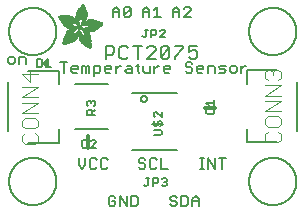
<source format=gbr>
G04 EAGLE Gerber RS-274X export*
G75*
%MOMM*%
%FSLAX34Y34*%
%LPD*%
%INSilkscreen Top*%
%IPPOS*%
%AMOC8*
5,1,8,0,0,1.08239X$1,22.5*%
G01*
%ADD10C,0.152400*%
%ADD11C,0.203200*%
%ADD12C,0.127000*%
%ADD13C,0.101600*%
%ADD14R,0.050800X0.006300*%
%ADD15R,0.082600X0.006400*%
%ADD16R,0.120600X0.006300*%
%ADD17R,0.139700X0.006400*%
%ADD18R,0.158800X0.006300*%
%ADD19R,0.177800X0.006400*%
%ADD20R,0.196800X0.006300*%
%ADD21R,0.215900X0.006400*%
%ADD22R,0.228600X0.006300*%
%ADD23R,0.241300X0.006400*%
%ADD24R,0.254000X0.006300*%
%ADD25R,0.266700X0.006400*%
%ADD26R,0.279400X0.006300*%
%ADD27R,0.285700X0.006400*%
%ADD28R,0.298400X0.006300*%
%ADD29R,0.311200X0.006400*%
%ADD30R,0.317500X0.006300*%
%ADD31R,0.330200X0.006400*%
%ADD32R,0.336600X0.006300*%
%ADD33R,0.349200X0.006400*%
%ADD34R,0.361900X0.006300*%
%ADD35R,0.368300X0.006400*%
%ADD36R,0.381000X0.006300*%
%ADD37R,0.387300X0.006400*%
%ADD38R,0.393700X0.006300*%
%ADD39R,0.406400X0.006400*%
%ADD40R,0.412700X0.006300*%
%ADD41R,0.419100X0.006400*%
%ADD42R,0.431800X0.006300*%
%ADD43R,0.438100X0.006400*%
%ADD44R,0.450800X0.006300*%
%ADD45R,0.457200X0.006400*%
%ADD46R,0.463500X0.006300*%
%ADD47R,0.476200X0.006400*%
%ADD48R,0.482600X0.006300*%
%ADD49R,0.488900X0.006400*%
%ADD50R,0.501600X0.006300*%
%ADD51R,0.508000X0.006400*%
%ADD52R,0.514300X0.006300*%
%ADD53R,0.527000X0.006400*%
%ADD54R,0.533400X0.006300*%
%ADD55R,0.546100X0.006400*%
%ADD56R,0.552400X0.006300*%
%ADD57R,0.558800X0.006400*%
%ADD58R,0.571500X0.006300*%
%ADD59R,0.577800X0.006400*%
%ADD60R,0.584200X0.006300*%
%ADD61R,0.596900X0.006400*%
%ADD62R,0.603200X0.006300*%
%ADD63R,0.609600X0.006400*%
%ADD64R,0.622300X0.006300*%
%ADD65R,0.628600X0.006400*%
%ADD66R,0.641300X0.006300*%
%ADD67R,0.647700X0.006400*%
%ADD68R,0.063500X0.006300*%
%ADD69R,0.654000X0.006300*%
%ADD70R,0.101600X0.006400*%
%ADD71R,0.666700X0.006400*%
%ADD72R,0.139700X0.006300*%
%ADD73R,0.673100X0.006300*%
%ADD74R,0.165100X0.006400*%
%ADD75R,0.679400X0.006400*%
%ADD76R,0.196900X0.006300*%
%ADD77R,0.692100X0.006300*%
%ADD78R,0.222200X0.006400*%
%ADD79R,0.698500X0.006400*%
%ADD80R,0.247700X0.006300*%
%ADD81R,0.704800X0.006300*%
%ADD82R,0.279400X0.006400*%
%ADD83R,0.717500X0.006400*%
%ADD84R,0.298500X0.006300*%
%ADD85R,0.723900X0.006300*%
%ADD86R,0.736600X0.006400*%
%ADD87R,0.342900X0.006300*%
%ADD88R,0.742900X0.006300*%
%ADD89R,0.374700X0.006400*%
%ADD90R,0.749300X0.006400*%
%ADD91R,0.762000X0.006300*%
%ADD92R,0.412700X0.006400*%
%ADD93R,0.768300X0.006400*%
%ADD94R,0.438100X0.006300*%
%ADD95R,0.774700X0.006300*%
%ADD96R,0.463600X0.006400*%
%ADD97R,0.787400X0.006400*%
%ADD98R,0.793700X0.006300*%
%ADD99R,0.495300X0.006400*%
%ADD100R,0.800100X0.006400*%
%ADD101R,0.520700X0.006300*%
%ADD102R,0.812800X0.006300*%
%ADD103R,0.533400X0.006400*%
%ADD104R,0.819100X0.006400*%
%ADD105R,0.558800X0.006300*%
%ADD106R,0.825500X0.006300*%
%ADD107R,0.577900X0.006400*%
%ADD108R,0.831800X0.006400*%
%ADD109R,0.596900X0.006300*%
%ADD110R,0.844500X0.006300*%
%ADD111R,0.616000X0.006400*%
%ADD112R,0.850900X0.006400*%
%ADD113R,0.635000X0.006300*%
%ADD114R,0.857200X0.006300*%
%ADD115R,0.654100X0.006400*%
%ADD116R,0.863600X0.006400*%
%ADD117R,0.666700X0.006300*%
%ADD118R,0.869900X0.006300*%
%ADD119R,0.685800X0.006400*%
%ADD120R,0.876300X0.006400*%
%ADD121R,0.882600X0.006300*%
%ADD122R,0.723900X0.006400*%
%ADD123R,0.889000X0.006400*%
%ADD124R,0.895300X0.006300*%
%ADD125R,0.755700X0.006400*%
%ADD126R,0.901700X0.006400*%
%ADD127R,0.908000X0.006300*%
%ADD128R,0.793800X0.006400*%
%ADD129R,0.914400X0.006400*%
%ADD130R,0.806400X0.006300*%
%ADD131R,0.920700X0.006300*%
%ADD132R,0.825500X0.006400*%
%ADD133R,0.927100X0.006400*%
%ADD134R,0.933400X0.006300*%
%ADD135R,0.857300X0.006400*%
%ADD136R,0.939800X0.006400*%
%ADD137R,0.870000X0.006300*%
%ADD138R,0.939800X0.006300*%
%ADD139R,0.946100X0.006400*%
%ADD140R,0.952500X0.006300*%
%ADD141R,0.908000X0.006400*%
%ADD142R,0.958800X0.006400*%
%ADD143R,0.965200X0.006300*%
%ADD144R,0.965200X0.006400*%
%ADD145R,0.971500X0.006300*%
%ADD146R,0.952500X0.006400*%
%ADD147R,0.977900X0.006400*%
%ADD148R,0.958800X0.006300*%
%ADD149R,0.984200X0.006300*%
%ADD150R,0.971500X0.006400*%
%ADD151R,0.984200X0.006400*%
%ADD152R,0.990600X0.006300*%
%ADD153R,0.984300X0.006400*%
%ADD154R,0.996900X0.006400*%
%ADD155R,0.997000X0.006300*%
%ADD156R,0.996900X0.006300*%
%ADD157R,1.003300X0.006400*%
%ADD158R,1.016000X0.006300*%
%ADD159R,1.009600X0.006300*%
%ADD160R,1.016000X0.006400*%
%ADD161R,1.009600X0.006400*%
%ADD162R,1.022300X0.006300*%
%ADD163R,1.028700X0.006400*%
%ADD164R,1.035100X0.006300*%
%ADD165R,1.047800X0.006400*%
%ADD166R,1.054100X0.006300*%
%ADD167R,1.028700X0.006300*%
%ADD168R,1.054100X0.006400*%
%ADD169R,1.035000X0.006400*%
%ADD170R,1.060400X0.006300*%
%ADD171R,1.035000X0.006300*%
%ADD172R,1.060500X0.006400*%
%ADD173R,1.041400X0.006400*%
%ADD174R,1.066800X0.006300*%
%ADD175R,1.041400X0.006300*%
%ADD176R,1.079500X0.006400*%
%ADD177R,1.047700X0.006400*%
%ADD178R,1.085900X0.006300*%
%ADD179R,1.047700X0.006300*%
%ADD180R,1.085800X0.006400*%
%ADD181R,1.092200X0.006300*%
%ADD182R,1.085900X0.006400*%
%ADD183R,1.098600X0.006300*%
%ADD184R,1.098600X0.006400*%
%ADD185R,1.060400X0.006400*%
%ADD186R,1.104900X0.006300*%
%ADD187R,1.104900X0.006400*%
%ADD188R,1.066800X0.006400*%
%ADD189R,1.111200X0.006300*%
%ADD190R,1.117600X0.006400*%
%ADD191R,1.117600X0.006300*%
%ADD192R,1.073100X0.006300*%
%ADD193R,1.073100X0.006400*%
%ADD194R,1.124000X0.006300*%
%ADD195R,1.079500X0.006300*%
%ADD196R,1.123900X0.006400*%
%ADD197R,1.130300X0.006300*%
%ADD198R,1.130300X0.006400*%
%ADD199R,1.136700X0.006400*%
%ADD200R,1.136700X0.006300*%
%ADD201R,1.085800X0.006300*%
%ADD202R,1.136600X0.006400*%
%ADD203R,1.136600X0.006300*%
%ADD204R,1.143000X0.006400*%
%ADD205R,1.143000X0.006300*%
%ADD206R,1.149400X0.006300*%
%ADD207R,1.149300X0.006300*%
%ADD208R,1.149300X0.006400*%
%ADD209R,1.149400X0.006400*%
%ADD210R,1.155700X0.006400*%
%ADD211R,1.155700X0.006300*%
%ADD212R,1.060500X0.006300*%
%ADD213R,2.197100X0.006400*%
%ADD214R,2.197100X0.006300*%
%ADD215R,2.184400X0.006300*%
%ADD216R,2.184400X0.006400*%
%ADD217R,2.171700X0.006400*%
%ADD218R,2.171700X0.006300*%
%ADD219R,1.530300X0.006400*%
%ADD220R,1.505000X0.006300*%
%ADD221R,1.492300X0.006400*%
%ADD222R,1.485900X0.006300*%
%ADD223R,0.565200X0.006300*%
%ADD224R,1.473200X0.006400*%
%ADD225R,0.565200X0.006400*%
%ADD226R,1.460500X0.006300*%
%ADD227R,1.454100X0.006400*%
%ADD228R,0.552400X0.006400*%
%ADD229R,1.441500X0.006300*%
%ADD230R,0.546100X0.006300*%
%ADD231R,1.435100X0.006400*%
%ADD232R,0.539800X0.006400*%
%ADD233R,1.428800X0.006300*%
%ADD234R,1.422400X0.006400*%
%ADD235R,1.409700X0.006300*%
%ADD236R,0.527100X0.006300*%
%ADD237R,1.403300X0.006400*%
%ADD238R,0.527100X0.006400*%
%ADD239R,1.390700X0.006300*%
%ADD240R,1.384300X0.006400*%
%ADD241R,0.520700X0.006400*%
%ADD242R,1.384300X0.006300*%
%ADD243R,0.514400X0.006300*%
%ADD244R,1.371600X0.006400*%
%ADD245R,1.365200X0.006300*%
%ADD246R,0.508000X0.006300*%
%ADD247R,1.352600X0.006400*%
%ADD248R,0.501700X0.006400*%
%ADD249R,0.711200X0.006300*%
%ADD250R,0.603300X0.006300*%
%ADD251R,0.501700X0.006300*%
%ADD252R,0.692100X0.006400*%
%ADD253R,0.571500X0.006400*%
%ADD254R,0.679400X0.006300*%
%ADD255R,0.495300X0.006300*%
%ADD256R,0.673100X0.006400*%
%ADD257R,0.666800X0.006300*%
%ADD258R,0.488900X0.006300*%
%ADD259R,0.660400X0.006400*%
%ADD260R,0.482600X0.006400*%
%ADD261R,0.476200X0.006300*%
%ADD262R,0.654000X0.006400*%
%ADD263R,0.469900X0.006400*%
%ADD264R,0.476300X0.006400*%
%ADD265R,0.647700X0.006300*%
%ADD266R,0.457200X0.006300*%
%ADD267R,0.469900X0.006300*%
%ADD268R,0.641300X0.006400*%
%ADD269R,0.444500X0.006400*%
%ADD270R,0.463600X0.006300*%
%ADD271R,0.635000X0.006400*%
%ADD272R,0.463500X0.006400*%
%ADD273R,0.393700X0.006400*%
%ADD274R,0.450800X0.006400*%
%ADD275R,0.628600X0.006300*%
%ADD276R,0.387400X0.006300*%
%ADD277R,0.450900X0.006300*%
%ADD278R,0.628700X0.006400*%
%ADD279R,0.374600X0.006400*%
%ADD280R,0.368300X0.006300*%
%ADD281R,0.438200X0.006300*%
%ADD282R,0.622300X0.006400*%
%ADD283R,0.355600X0.006400*%
%ADD284R,0.431800X0.006400*%
%ADD285R,0.349300X0.006300*%
%ADD286R,0.425400X0.006300*%
%ADD287R,0.615900X0.006300*%
%ADD288R,0.330200X0.006300*%
%ADD289R,0.419100X0.006300*%
%ADD290R,0.616000X0.006300*%
%ADD291R,0.311200X0.006300*%
%ADD292R,0.406400X0.006300*%
%ADD293R,0.615900X0.006400*%
%ADD294R,0.304800X0.006400*%
%ADD295R,0.158800X0.006400*%
%ADD296R,0.609600X0.006300*%
%ADD297R,0.292100X0.006300*%
%ADD298R,0.235000X0.006300*%
%ADD299R,0.387400X0.006400*%
%ADD300R,0.292100X0.006400*%
%ADD301R,0.336500X0.006300*%
%ADD302R,0.260400X0.006300*%
%ADD303R,0.603300X0.006400*%
%ADD304R,0.260400X0.006400*%
%ADD305R,0.362000X0.006400*%
%ADD306R,0.450900X0.006400*%
%ADD307R,0.355600X0.006300*%
%ADD308R,0.342900X0.006400*%
%ADD309R,0.514300X0.006400*%
%ADD310R,0.234900X0.006300*%
%ADD311R,0.539700X0.006300*%
%ADD312R,0.603200X0.006400*%
%ADD313R,0.234900X0.006400*%
%ADD314R,0.920700X0.006400*%
%ADD315R,0.958900X0.006400*%
%ADD316R,0.215900X0.006300*%
%ADD317R,0.209600X0.006400*%
%ADD318R,0.203200X0.006300*%
%ADD319R,1.003300X0.006300*%
%ADD320R,0.203200X0.006400*%
%ADD321R,0.196900X0.006400*%
%ADD322R,0.190500X0.006300*%
%ADD323R,0.190500X0.006400*%
%ADD324R,0.184200X0.006300*%
%ADD325R,0.590500X0.006400*%
%ADD326R,0.184200X0.006400*%
%ADD327R,0.590500X0.006300*%
%ADD328R,0.177800X0.006300*%
%ADD329R,0.584200X0.006400*%
%ADD330R,1.168400X0.006400*%
%ADD331R,0.171500X0.006300*%
%ADD332R,1.187500X0.006300*%
%ADD333R,1.200100X0.006400*%
%ADD334R,0.577800X0.006300*%
%ADD335R,1.212900X0.006300*%
%ADD336R,1.231900X0.006400*%
%ADD337R,1.250900X0.006300*%
%ADD338R,0.565100X0.006400*%
%ADD339R,0.184100X0.006400*%
%ADD340R,1.263700X0.006400*%
%ADD341R,0.565100X0.006300*%
%ADD342R,1.289100X0.006300*%
%ADD343R,1.314400X0.006400*%
%ADD344R,0.552500X0.006300*%
%ADD345R,1.568500X0.006300*%
%ADD346R,0.552500X0.006400*%
%ADD347R,1.581200X0.006400*%
%ADD348R,1.593800X0.006300*%
%ADD349R,1.606500X0.006400*%
%ADD350R,1.619300X0.006300*%
%ADD351R,0.514400X0.006400*%
%ADD352R,1.638300X0.006400*%
%ADD353R,1.657300X0.006300*%
%ADD354R,2.209800X0.006400*%
%ADD355R,2.425700X0.006300*%
%ADD356R,2.470100X0.006400*%
%ADD357R,2.501900X0.006300*%
%ADD358R,2.533700X0.006400*%
%ADD359R,2.559000X0.006300*%
%ADD360R,2.584500X0.006400*%
%ADD361R,2.609900X0.006300*%
%ADD362R,2.628900X0.006400*%
%ADD363R,2.660600X0.006300*%
%ADD364R,2.673400X0.006400*%
%ADD365R,1.422400X0.006300*%
%ADD366R,1.200200X0.006300*%
%ADD367R,1.365300X0.006300*%
%ADD368R,1.365300X0.006400*%
%ADD369R,1.352500X0.006300*%
%ADD370R,1.098500X0.006300*%
%ADD371R,1.358900X0.006400*%
%ADD372R,1.352600X0.006300*%
%ADD373R,1.358900X0.006300*%
%ADD374R,1.371600X0.006300*%
%ADD375R,1.377900X0.006400*%
%ADD376R,1.397000X0.006400*%
%ADD377R,1.403300X0.006300*%
%ADD378R,0.914400X0.006300*%
%ADD379R,0.876300X0.006300*%
%ADD380R,0.374600X0.006300*%
%ADD381R,1.073200X0.006400*%
%ADD382R,0.374700X0.006300*%
%ADD383R,0.844600X0.006400*%
%ADD384R,0.844600X0.006300*%
%ADD385R,0.831900X0.006400*%
%ADD386R,1.092200X0.006400*%
%ADD387R,0.400000X0.006300*%
%ADD388R,0.819200X0.006400*%
%ADD389R,1.111300X0.006400*%
%ADD390R,0.812800X0.006400*%
%ADD391R,0.800100X0.006300*%
%ADD392R,0.476300X0.006300*%
%ADD393R,1.181100X0.006300*%
%ADD394R,0.501600X0.006400*%
%ADD395R,1.193800X0.006400*%
%ADD396R,0.781000X0.006400*%
%ADD397R,1.238200X0.006400*%
%ADD398R,0.781100X0.006300*%
%ADD399R,1.257300X0.006300*%
%ADD400R,1.295400X0.006400*%
%ADD401R,1.333500X0.006300*%
%ADD402R,0.774700X0.006400*%
%ADD403R,1.866900X0.006400*%
%ADD404R,0.209600X0.006300*%
%ADD405R,1.866900X0.006300*%
%ADD406R,0.768400X0.006400*%
%ADD407R,0.209500X0.006400*%
%ADD408R,1.860600X0.006400*%
%ADD409R,0.762000X0.006400*%
%ADD410R,0.768400X0.006300*%
%ADD411R,1.860600X0.006300*%
%ADD412R,1.860500X0.006400*%
%ADD413R,0.222300X0.006300*%
%ADD414R,1.854200X0.006300*%
%ADD415R,0.235000X0.006400*%
%ADD416R,1.854200X0.006400*%
%ADD417R,0.768300X0.006300*%
%ADD418R,0.260300X0.006400*%
%ADD419R,1.847800X0.006400*%
%ADD420R,0.266700X0.006300*%
%ADD421R,1.847800X0.006300*%
%ADD422R,0.273100X0.006400*%
%ADD423R,1.841500X0.006400*%
%ADD424R,0.285800X0.006300*%
%ADD425R,1.841500X0.006300*%
%ADD426R,0.298500X0.006400*%
%ADD427R,1.835100X0.006400*%
%ADD428R,0.781000X0.006300*%
%ADD429R,0.304800X0.006300*%
%ADD430R,1.835100X0.006300*%
%ADD431R,0.317500X0.006400*%
%ADD432R,1.828800X0.006400*%
%ADD433R,0.787400X0.006300*%
%ADD434R,0.323800X0.006300*%
%ADD435R,1.828800X0.006300*%
%ADD436R,0.793700X0.006400*%
%ADD437R,1.822400X0.006400*%
%ADD438R,0.806500X0.006300*%
%ADD439R,1.822400X0.006300*%
%ADD440R,1.816100X0.006400*%
%ADD441R,0.819100X0.006300*%
%ADD442R,0.387300X0.006300*%
%ADD443R,1.816100X0.006300*%
%ADD444R,1.809800X0.006400*%
%ADD445R,1.803400X0.006300*%
%ADD446R,1.797000X0.006400*%
%ADD447R,0.901700X0.006300*%
%ADD448R,1.797000X0.006300*%
%ADD449R,1.441400X0.006400*%
%ADD450R,1.790700X0.006400*%
%ADD451R,1.447800X0.006300*%
%ADD452R,1.784300X0.006300*%
%ADD453R,1.447800X0.006400*%
%ADD454R,1.784300X0.006400*%
%ADD455R,1.454100X0.006300*%
%ADD456R,1.771700X0.006300*%
%ADD457R,1.460500X0.006400*%
%ADD458R,1.759000X0.006400*%
%ADD459R,1.466800X0.006300*%
%ADD460R,1.752600X0.006300*%
%ADD461R,1.466800X0.006400*%
%ADD462R,1.739900X0.006400*%
%ADD463R,1.473200X0.006300*%
%ADD464R,1.727200X0.006300*%
%ADD465R,1.479500X0.006400*%
%ADD466R,1.714500X0.006400*%
%ADD467R,1.695400X0.006300*%
%ADD468R,1.485900X0.006400*%
%ADD469R,1.682700X0.006400*%
%ADD470R,1.492200X0.006300*%
%ADD471R,1.663700X0.006300*%
%ADD472R,1.498600X0.006400*%
%ADD473R,1.644600X0.006400*%
%ADD474R,1.498600X0.006300*%
%ADD475R,1.619200X0.006300*%
%ADD476R,1.511300X0.006400*%
%ADD477R,1.600200X0.006400*%
%ADD478R,1.517700X0.006300*%
%ADD479R,1.574800X0.006300*%
%ADD480R,1.524000X0.006400*%
%ADD481R,1.555800X0.006400*%
%ADD482R,1.524000X0.006300*%
%ADD483R,1.536700X0.006300*%
%ADD484R,1.530400X0.006400*%
%ADD485R,1.517700X0.006400*%
%ADD486R,1.492300X0.006300*%
%ADD487R,1.549400X0.006400*%
%ADD488R,1.479600X0.006400*%
%ADD489R,1.549400X0.006300*%
%ADD490R,1.555700X0.006400*%
%ADD491R,1.562100X0.006300*%
%ADD492R,0.323900X0.006300*%
%ADD493R,1.568400X0.006400*%
%ADD494R,0.336600X0.006400*%
%ADD495R,1.587500X0.006300*%
%ADD496R,0.971600X0.006300*%
%ADD497R,0.349300X0.006400*%
%ADD498R,1.600200X0.006300*%
%ADD499R,0.920800X0.006300*%
%ADD500R,0.882700X0.006400*%
%ADD501R,1.612900X0.006300*%
%ADD502R,0.362000X0.006300*%
%ADD503R,1.625600X0.006400*%
%ADD504R,1.625600X0.006300*%
%ADD505R,1.644600X0.006300*%
%ADD506R,0.736600X0.006300*%
%ADD507R,0.717600X0.006400*%
%ADD508R,1.657400X0.006300*%
%ADD509R,0.679500X0.006300*%
%ADD510R,1.663700X0.006400*%
%ADD511R,0.400000X0.006400*%
%ADD512R,1.676400X0.006300*%
%ADD513R,1.676400X0.006400*%
%ADD514R,0.425500X0.006400*%
%ADD515R,1.352500X0.006400*%
%ADD516R,0.444500X0.006300*%
%ADD517R,0.361900X0.006400*%
%ADD518R,0.088900X0.006300*%
%ADD519R,1.009700X0.006300*%
%ADD520R,1.009700X0.006400*%
%ADD521R,1.022300X0.006400*%
%ADD522R,1.346200X0.006400*%
%ADD523R,1.346200X0.006300*%
%ADD524R,1.339900X0.006400*%
%ADD525R,1.035100X0.006400*%
%ADD526R,1.339800X0.006300*%
%ADD527R,1.333500X0.006400*%
%ADD528R,1.327200X0.006400*%
%ADD529R,1.320800X0.006300*%
%ADD530R,1.314500X0.006400*%
%ADD531R,1.314400X0.006300*%
%ADD532R,1.301700X0.006400*%
%ADD533R,1.295400X0.006300*%
%ADD534R,1.289000X0.006400*%
%ADD535R,1.276300X0.006300*%
%ADD536R,1.251000X0.006300*%
%ADD537R,1.244600X0.006400*%
%ADD538R,1.231900X0.006300*%
%ADD539R,1.212800X0.006400*%
%ADD540R,1.200100X0.006300*%
%ADD541R,1.187400X0.006400*%
%ADD542R,1.168400X0.006300*%
%ADD543R,1.047800X0.006300*%
%ADD544R,0.977900X0.006300*%
%ADD545R,0.946200X0.006400*%
%ADD546R,0.933400X0.006400*%
%ADD547R,0.895300X0.006400*%
%ADD548R,0.882700X0.006300*%
%ADD549R,0.863600X0.006300*%
%ADD550R,0.857200X0.006400*%
%ADD551R,0.850900X0.006300*%
%ADD552R,0.838200X0.006300*%
%ADD553R,0.806500X0.006400*%
%ADD554R,0.717600X0.006300*%
%ADD555R,0.711200X0.006400*%
%ADD556R,0.641400X0.006400*%
%ADD557R,0.641400X0.006300*%
%ADD558R,0.628700X0.006300*%
%ADD559R,0.590600X0.006300*%
%ADD560R,0.539700X0.006400*%
%ADD561R,0.285700X0.006300*%
%ADD562R,0.222200X0.006300*%
%ADD563R,0.171400X0.006300*%
%ADD564R,0.152400X0.006400*%
%ADD565R,0.133400X0.006300*%
%ADD566R,0.127000X0.762000*%
%ADD567C,0.304800*%

G36*
X37348Y122433D02*
X37348Y122433D01*
X37377Y122430D01*
X37469Y122450D01*
X37562Y122463D01*
X37589Y122476D01*
X37618Y122482D01*
X37698Y122530D01*
X37782Y122572D01*
X37803Y122593D01*
X37829Y122608D01*
X37890Y122680D01*
X37956Y122746D01*
X37969Y122772D01*
X37989Y122795D01*
X38024Y122882D01*
X38066Y122966D01*
X38070Y122996D01*
X38081Y123023D01*
X38099Y123190D01*
X38099Y128270D01*
X38094Y128299D01*
X38097Y128329D01*
X38075Y128420D01*
X38060Y128513D01*
X38046Y128539D01*
X38039Y128568D01*
X37988Y128647D01*
X37944Y128730D01*
X37923Y128751D01*
X37907Y128776D01*
X37834Y128835D01*
X37766Y128900D01*
X37739Y128912D01*
X37716Y128931D01*
X37628Y128964D01*
X37543Y129003D01*
X37513Y129006D01*
X37486Y129017D01*
X37392Y129020D01*
X37299Y129030D01*
X37269Y129024D01*
X37240Y129025D01*
X37150Y128998D01*
X37058Y128978D01*
X37033Y128963D01*
X37004Y128954D01*
X36862Y128864D01*
X33687Y126324D01*
X33618Y126247D01*
X33545Y126174D01*
X33536Y126157D01*
X33523Y126142D01*
X33481Y126046D01*
X33435Y125954D01*
X33433Y125934D01*
X33425Y125916D01*
X33416Y125813D01*
X33402Y125710D01*
X33406Y125691D01*
X33404Y125671D01*
X33429Y125570D01*
X33448Y125468D01*
X33458Y125451D01*
X33462Y125432D01*
X33518Y125345D01*
X33569Y125254D01*
X33586Y125237D01*
X33594Y125224D01*
X33619Y125204D01*
X33687Y125136D01*
X36862Y122596D01*
X36888Y122581D01*
X36910Y122561D01*
X36995Y122521D01*
X37077Y122475D01*
X37106Y122469D01*
X37133Y122457D01*
X37226Y122447D01*
X37318Y122429D01*
X37348Y122433D01*
G37*
D10*
X64199Y44965D02*
X64199Y39203D01*
X67080Y36322D01*
X69961Y39203D01*
X69961Y44965D01*
X77876Y44965D02*
X79317Y43525D01*
X77876Y44965D02*
X74995Y44965D01*
X73554Y43525D01*
X73554Y37763D01*
X74995Y36322D01*
X77876Y36322D01*
X79317Y37763D01*
X87231Y44965D02*
X88672Y43525D01*
X87231Y44965D02*
X84350Y44965D01*
X82910Y43525D01*
X82910Y37763D01*
X84350Y36322D01*
X87231Y36322D01*
X88672Y37763D01*
X93921Y13215D02*
X95361Y11775D01*
X93921Y13215D02*
X91040Y13215D01*
X89599Y11775D01*
X89599Y6013D01*
X91040Y4572D01*
X93921Y4572D01*
X95361Y6013D01*
X95361Y8894D01*
X92480Y8894D01*
X98954Y13215D02*
X98954Y4572D01*
X104717Y4572D02*
X98954Y13215D01*
X104717Y13215D02*
X104717Y4572D01*
X108310Y4572D02*
X108310Y13215D01*
X108310Y4572D02*
X112631Y4572D01*
X114072Y6013D01*
X114072Y11775D01*
X112631Y13215D01*
X108310Y13215D01*
X120761Y43525D02*
X119321Y44965D01*
X116440Y44965D01*
X114999Y43525D01*
X114999Y42084D01*
X116440Y40644D01*
X119321Y40644D01*
X120761Y39203D01*
X120761Y37763D01*
X119321Y36322D01*
X116440Y36322D01*
X114999Y37763D01*
X128676Y44965D02*
X130117Y43525D01*
X128676Y44965D02*
X125795Y44965D01*
X124354Y43525D01*
X124354Y37763D01*
X125795Y36322D01*
X128676Y36322D01*
X130117Y37763D01*
X133710Y36322D02*
X133710Y44965D01*
X133710Y36322D02*
X139472Y36322D01*
X145991Y13215D02*
X147431Y11775D01*
X145991Y13215D02*
X143110Y13215D01*
X141669Y11775D01*
X141669Y10334D01*
X143110Y8894D01*
X145991Y8894D01*
X147431Y7453D01*
X147431Y6013D01*
X145991Y4572D01*
X143110Y4572D01*
X141669Y6013D01*
X151024Y4572D02*
X151024Y13215D01*
X151024Y4572D02*
X155346Y4572D01*
X156787Y6013D01*
X156787Y11775D01*
X155346Y13215D01*
X151024Y13215D01*
X160380Y10334D02*
X160380Y4572D01*
X160380Y10334D02*
X163261Y13215D01*
X166142Y10334D01*
X166142Y4572D01*
X166142Y8894D02*
X160380Y8894D01*
X167358Y36322D02*
X170240Y36322D01*
X168799Y36322D02*
X168799Y44965D01*
X167358Y44965D02*
X170240Y44965D01*
X173595Y44965D02*
X173595Y36322D01*
X179357Y36322D02*
X173595Y44965D01*
X179357Y44965D02*
X179357Y36322D01*
X185832Y36322D02*
X185832Y44965D01*
X188713Y44965D02*
X182950Y44965D01*
D11*
X87087Y129286D02*
X87087Y139963D01*
X92426Y139963D01*
X94205Y138184D01*
X94205Y134625D01*
X92426Y132845D01*
X87087Y132845D01*
X104120Y139963D02*
X105899Y138184D01*
X104120Y139963D02*
X100561Y139963D01*
X98781Y138184D01*
X98781Y131066D01*
X100561Y129286D01*
X104120Y129286D01*
X105899Y131066D01*
X114034Y129286D02*
X114034Y139963D01*
X110475Y139963D02*
X117593Y139963D01*
X122169Y129286D02*
X129287Y129286D01*
X122169Y129286D02*
X129287Y136404D01*
X129287Y138184D01*
X127508Y139963D01*
X123948Y139963D01*
X122169Y138184D01*
X133863Y138184D02*
X133863Y131066D01*
X133863Y138184D02*
X135642Y139963D01*
X139201Y139963D01*
X140981Y138184D01*
X140981Y131066D01*
X139201Y129286D01*
X135642Y129286D01*
X133863Y131066D01*
X140981Y138184D01*
X145557Y139963D02*
X152675Y139963D01*
X152675Y138184D01*
X145557Y131066D01*
X145557Y129286D01*
X157251Y139963D02*
X164369Y139963D01*
X157251Y139963D02*
X157251Y134625D01*
X160810Y136404D01*
X162589Y136404D01*
X164369Y134625D01*
X164369Y131066D01*
X162589Y129286D01*
X159030Y129286D01*
X157251Y131066D01*
D10*
X51614Y126245D02*
X51614Y117602D01*
X48733Y126245D02*
X54496Y126245D01*
X59529Y117602D02*
X62410Y117602D01*
X59529Y117602D02*
X58088Y119043D01*
X58088Y121924D01*
X59529Y123364D01*
X62410Y123364D01*
X63851Y121924D01*
X63851Y120483D01*
X58088Y120483D01*
X67444Y117602D02*
X67444Y123364D01*
X68884Y123364D01*
X70325Y121924D01*
X70325Y117602D01*
X70325Y121924D02*
X71765Y123364D01*
X73206Y121924D01*
X73206Y117602D01*
X76799Y114721D02*
X76799Y123364D01*
X81121Y123364D01*
X82561Y121924D01*
X82561Y119043D01*
X81121Y117602D01*
X76799Y117602D01*
X87595Y117602D02*
X90476Y117602D01*
X87595Y117602D02*
X86154Y119043D01*
X86154Y121924D01*
X87595Y123364D01*
X90476Y123364D01*
X91916Y121924D01*
X91916Y120483D01*
X86154Y120483D01*
X95509Y117602D02*
X95509Y123364D01*
X95509Y120483D02*
X98390Y123364D01*
X99831Y123364D01*
X104746Y123364D02*
X107627Y123364D01*
X109067Y121924D01*
X109067Y117602D01*
X104746Y117602D01*
X103305Y119043D01*
X104746Y120483D01*
X109067Y120483D01*
X114101Y119043D02*
X114101Y124805D01*
X114101Y119043D02*
X115541Y117602D01*
X115541Y123364D02*
X112660Y123364D01*
X118897Y123364D02*
X118897Y119043D01*
X120338Y117602D01*
X124659Y117602D01*
X124659Y123364D01*
X128252Y123364D02*
X128252Y117602D01*
X128252Y120483D02*
X131133Y123364D01*
X132574Y123364D01*
X137489Y117602D02*
X140370Y117602D01*
X137489Y117602D02*
X136048Y119043D01*
X136048Y121924D01*
X137489Y123364D01*
X140370Y123364D01*
X141811Y121924D01*
X141811Y120483D01*
X136048Y120483D01*
X159080Y126245D02*
X160521Y124805D01*
X159080Y126245D02*
X156199Y126245D01*
X154759Y124805D01*
X154759Y123364D01*
X156199Y121924D01*
X159080Y121924D01*
X160521Y120483D01*
X160521Y119043D01*
X159080Y117602D01*
X156199Y117602D01*
X154759Y119043D01*
X165554Y117602D02*
X168436Y117602D01*
X165554Y117602D02*
X164114Y119043D01*
X164114Y121924D01*
X165554Y123364D01*
X168436Y123364D01*
X169876Y121924D01*
X169876Y120483D01*
X164114Y120483D01*
X173469Y117602D02*
X173469Y123364D01*
X177791Y123364D01*
X179231Y121924D01*
X179231Y117602D01*
X182824Y117602D02*
X187146Y117602D01*
X188586Y119043D01*
X187146Y120483D01*
X184265Y120483D01*
X182824Y121924D01*
X184265Y123364D01*
X188586Y123364D01*
X193620Y117602D02*
X196501Y117602D01*
X197942Y119043D01*
X197942Y121924D01*
X196501Y123364D01*
X193620Y123364D01*
X192179Y121924D01*
X192179Y119043D01*
X193620Y117602D01*
X201535Y117602D02*
X201535Y123364D01*
X201535Y120483D02*
X204416Y123364D01*
X205856Y123364D01*
X118407Y164592D02*
X118407Y170354D01*
X121288Y173235D01*
X124169Y170354D01*
X124169Y164592D01*
X124169Y168914D02*
X118407Y168914D01*
X127762Y170354D02*
X130643Y173235D01*
X130643Y164592D01*
X127762Y164592D02*
X133524Y164592D01*
X93007Y164592D02*
X93007Y170354D01*
X95888Y173235D01*
X98769Y170354D01*
X98769Y164592D01*
X98769Y168914D02*
X93007Y168914D01*
X102362Y166033D02*
X102362Y171795D01*
X103803Y173235D01*
X106684Y173235D01*
X108124Y171795D01*
X108124Y166033D01*
X106684Y164592D01*
X103803Y164592D01*
X102362Y166033D01*
X108124Y171795D01*
X143807Y170354D02*
X143807Y164592D01*
X143807Y170354D02*
X146688Y173235D01*
X149569Y170354D01*
X149569Y164592D01*
X149569Y168914D02*
X143807Y168914D01*
X153162Y164592D02*
X158924Y164592D01*
X153162Y164592D02*
X158924Y170354D01*
X158924Y171795D01*
X157484Y173235D01*
X154603Y173235D01*
X153162Y171795D01*
D12*
X8894Y125095D02*
X5928Y125095D01*
X8894Y125095D02*
X10377Y126578D01*
X10377Y129544D01*
X8894Y131027D01*
X5928Y131027D01*
X4445Y129544D01*
X4445Y126578D01*
X5928Y125095D01*
X13800Y125095D02*
X13800Y131027D01*
X18249Y131027D01*
X19732Y129544D01*
X19732Y125095D01*
D11*
X60930Y69900D02*
X88930Y69900D01*
X88930Y107900D02*
X60930Y107900D01*
D10*
X71366Y81804D02*
X77976Y81804D01*
X71366Y81804D02*
X71366Y85109D01*
X72468Y86210D01*
X74671Y86210D01*
X75773Y85109D01*
X75773Y81804D01*
X75773Y84007D02*
X77976Y86210D01*
X72468Y89288D02*
X71366Y90389D01*
X71366Y92593D01*
X72468Y93694D01*
X73570Y93694D01*
X74671Y92593D01*
X74671Y91491D01*
X74671Y92593D02*
X75773Y93694D01*
X76874Y93694D01*
X77976Y92593D01*
X77976Y90389D01*
X76874Y89288D01*
D11*
X5400Y152400D02*
X5406Y152891D01*
X5424Y153381D01*
X5454Y153871D01*
X5496Y154360D01*
X5550Y154848D01*
X5616Y155335D01*
X5694Y155819D01*
X5784Y156302D01*
X5886Y156782D01*
X5999Y157260D01*
X6124Y157734D01*
X6261Y158206D01*
X6409Y158674D01*
X6569Y159138D01*
X6740Y159598D01*
X6922Y160054D01*
X7116Y160505D01*
X7320Y160951D01*
X7536Y161392D01*
X7762Y161828D01*
X7998Y162258D01*
X8245Y162682D01*
X8503Y163100D01*
X8771Y163511D01*
X9048Y163916D01*
X9336Y164314D01*
X9633Y164705D01*
X9940Y165088D01*
X10256Y165463D01*
X10581Y165831D01*
X10915Y166191D01*
X11258Y166542D01*
X11609Y166885D01*
X11969Y167219D01*
X12337Y167544D01*
X12712Y167860D01*
X13095Y168167D01*
X13486Y168464D01*
X13884Y168752D01*
X14289Y169029D01*
X14700Y169297D01*
X15118Y169555D01*
X15542Y169802D01*
X15972Y170038D01*
X16408Y170264D01*
X16849Y170480D01*
X17295Y170684D01*
X17746Y170878D01*
X18202Y171060D01*
X18662Y171231D01*
X19126Y171391D01*
X19594Y171539D01*
X20066Y171676D01*
X20540Y171801D01*
X21018Y171914D01*
X21498Y172016D01*
X21981Y172106D01*
X22465Y172184D01*
X22952Y172250D01*
X23440Y172304D01*
X23929Y172346D01*
X24419Y172376D01*
X24909Y172394D01*
X25400Y172400D01*
X25891Y172394D01*
X26381Y172376D01*
X26871Y172346D01*
X27360Y172304D01*
X27848Y172250D01*
X28335Y172184D01*
X28819Y172106D01*
X29302Y172016D01*
X29782Y171914D01*
X30260Y171801D01*
X30734Y171676D01*
X31206Y171539D01*
X31674Y171391D01*
X32138Y171231D01*
X32598Y171060D01*
X33054Y170878D01*
X33505Y170684D01*
X33951Y170480D01*
X34392Y170264D01*
X34828Y170038D01*
X35258Y169802D01*
X35682Y169555D01*
X36100Y169297D01*
X36511Y169029D01*
X36916Y168752D01*
X37314Y168464D01*
X37705Y168167D01*
X38088Y167860D01*
X38463Y167544D01*
X38831Y167219D01*
X39191Y166885D01*
X39542Y166542D01*
X39885Y166191D01*
X40219Y165831D01*
X40544Y165463D01*
X40860Y165088D01*
X41167Y164705D01*
X41464Y164314D01*
X41752Y163916D01*
X42029Y163511D01*
X42297Y163100D01*
X42555Y162682D01*
X42802Y162258D01*
X43038Y161828D01*
X43264Y161392D01*
X43480Y160951D01*
X43684Y160505D01*
X43878Y160054D01*
X44060Y159598D01*
X44231Y159138D01*
X44391Y158674D01*
X44539Y158206D01*
X44676Y157734D01*
X44801Y157260D01*
X44914Y156782D01*
X45016Y156302D01*
X45106Y155819D01*
X45184Y155335D01*
X45250Y154848D01*
X45304Y154360D01*
X45346Y153871D01*
X45376Y153381D01*
X45394Y152891D01*
X45400Y152400D01*
X45394Y151909D01*
X45376Y151419D01*
X45346Y150929D01*
X45304Y150440D01*
X45250Y149952D01*
X45184Y149465D01*
X45106Y148981D01*
X45016Y148498D01*
X44914Y148018D01*
X44801Y147540D01*
X44676Y147066D01*
X44539Y146594D01*
X44391Y146126D01*
X44231Y145662D01*
X44060Y145202D01*
X43878Y144746D01*
X43684Y144295D01*
X43480Y143849D01*
X43264Y143408D01*
X43038Y142972D01*
X42802Y142542D01*
X42555Y142118D01*
X42297Y141700D01*
X42029Y141289D01*
X41752Y140884D01*
X41464Y140486D01*
X41167Y140095D01*
X40860Y139712D01*
X40544Y139337D01*
X40219Y138969D01*
X39885Y138609D01*
X39542Y138258D01*
X39191Y137915D01*
X38831Y137581D01*
X38463Y137256D01*
X38088Y136940D01*
X37705Y136633D01*
X37314Y136336D01*
X36916Y136048D01*
X36511Y135771D01*
X36100Y135503D01*
X35682Y135245D01*
X35258Y134998D01*
X34828Y134762D01*
X34392Y134536D01*
X33951Y134320D01*
X33505Y134116D01*
X33054Y133922D01*
X32598Y133740D01*
X32138Y133569D01*
X31674Y133409D01*
X31206Y133261D01*
X30734Y133124D01*
X30260Y132999D01*
X29782Y132886D01*
X29302Y132784D01*
X28819Y132694D01*
X28335Y132616D01*
X27848Y132550D01*
X27360Y132496D01*
X26871Y132454D01*
X26381Y132424D01*
X25891Y132406D01*
X25400Y132400D01*
X24909Y132406D01*
X24419Y132424D01*
X23929Y132454D01*
X23440Y132496D01*
X22952Y132550D01*
X22465Y132616D01*
X21981Y132694D01*
X21498Y132784D01*
X21018Y132886D01*
X20540Y132999D01*
X20066Y133124D01*
X19594Y133261D01*
X19126Y133409D01*
X18662Y133569D01*
X18202Y133740D01*
X17746Y133922D01*
X17295Y134116D01*
X16849Y134320D01*
X16408Y134536D01*
X15972Y134762D01*
X15542Y134998D01*
X15118Y135245D01*
X14700Y135503D01*
X14289Y135771D01*
X13884Y136048D01*
X13486Y136336D01*
X13095Y136633D01*
X12712Y136940D01*
X12337Y137256D01*
X11969Y137581D01*
X11609Y137915D01*
X11258Y138258D01*
X10915Y138609D01*
X10581Y138969D01*
X10256Y139337D01*
X9940Y139712D01*
X9633Y140095D01*
X9336Y140486D01*
X9048Y140884D01*
X8771Y141289D01*
X8503Y141700D01*
X8245Y142118D01*
X7998Y142542D01*
X7762Y142972D01*
X7536Y143408D01*
X7320Y143849D01*
X7116Y144295D01*
X6922Y144746D01*
X6740Y145202D01*
X6569Y145662D01*
X6409Y146126D01*
X6261Y146594D01*
X6124Y147066D01*
X5999Y147540D01*
X5886Y148018D01*
X5784Y148498D01*
X5694Y148981D01*
X5616Y149465D01*
X5550Y149952D01*
X5496Y150440D01*
X5454Y150929D01*
X5424Y151419D01*
X5406Y151909D01*
X5400Y152400D01*
X208600Y152400D02*
X208606Y152891D01*
X208624Y153381D01*
X208654Y153871D01*
X208696Y154360D01*
X208750Y154848D01*
X208816Y155335D01*
X208894Y155819D01*
X208984Y156302D01*
X209086Y156782D01*
X209199Y157260D01*
X209324Y157734D01*
X209461Y158206D01*
X209609Y158674D01*
X209769Y159138D01*
X209940Y159598D01*
X210122Y160054D01*
X210316Y160505D01*
X210520Y160951D01*
X210736Y161392D01*
X210962Y161828D01*
X211198Y162258D01*
X211445Y162682D01*
X211703Y163100D01*
X211971Y163511D01*
X212248Y163916D01*
X212536Y164314D01*
X212833Y164705D01*
X213140Y165088D01*
X213456Y165463D01*
X213781Y165831D01*
X214115Y166191D01*
X214458Y166542D01*
X214809Y166885D01*
X215169Y167219D01*
X215537Y167544D01*
X215912Y167860D01*
X216295Y168167D01*
X216686Y168464D01*
X217084Y168752D01*
X217489Y169029D01*
X217900Y169297D01*
X218318Y169555D01*
X218742Y169802D01*
X219172Y170038D01*
X219608Y170264D01*
X220049Y170480D01*
X220495Y170684D01*
X220946Y170878D01*
X221402Y171060D01*
X221862Y171231D01*
X222326Y171391D01*
X222794Y171539D01*
X223266Y171676D01*
X223740Y171801D01*
X224218Y171914D01*
X224698Y172016D01*
X225181Y172106D01*
X225665Y172184D01*
X226152Y172250D01*
X226640Y172304D01*
X227129Y172346D01*
X227619Y172376D01*
X228109Y172394D01*
X228600Y172400D01*
X229091Y172394D01*
X229581Y172376D01*
X230071Y172346D01*
X230560Y172304D01*
X231048Y172250D01*
X231535Y172184D01*
X232019Y172106D01*
X232502Y172016D01*
X232982Y171914D01*
X233460Y171801D01*
X233934Y171676D01*
X234406Y171539D01*
X234874Y171391D01*
X235338Y171231D01*
X235798Y171060D01*
X236254Y170878D01*
X236705Y170684D01*
X237151Y170480D01*
X237592Y170264D01*
X238028Y170038D01*
X238458Y169802D01*
X238882Y169555D01*
X239300Y169297D01*
X239711Y169029D01*
X240116Y168752D01*
X240514Y168464D01*
X240905Y168167D01*
X241288Y167860D01*
X241663Y167544D01*
X242031Y167219D01*
X242391Y166885D01*
X242742Y166542D01*
X243085Y166191D01*
X243419Y165831D01*
X243744Y165463D01*
X244060Y165088D01*
X244367Y164705D01*
X244664Y164314D01*
X244952Y163916D01*
X245229Y163511D01*
X245497Y163100D01*
X245755Y162682D01*
X246002Y162258D01*
X246238Y161828D01*
X246464Y161392D01*
X246680Y160951D01*
X246884Y160505D01*
X247078Y160054D01*
X247260Y159598D01*
X247431Y159138D01*
X247591Y158674D01*
X247739Y158206D01*
X247876Y157734D01*
X248001Y157260D01*
X248114Y156782D01*
X248216Y156302D01*
X248306Y155819D01*
X248384Y155335D01*
X248450Y154848D01*
X248504Y154360D01*
X248546Y153871D01*
X248576Y153381D01*
X248594Y152891D01*
X248600Y152400D01*
X248594Y151909D01*
X248576Y151419D01*
X248546Y150929D01*
X248504Y150440D01*
X248450Y149952D01*
X248384Y149465D01*
X248306Y148981D01*
X248216Y148498D01*
X248114Y148018D01*
X248001Y147540D01*
X247876Y147066D01*
X247739Y146594D01*
X247591Y146126D01*
X247431Y145662D01*
X247260Y145202D01*
X247078Y144746D01*
X246884Y144295D01*
X246680Y143849D01*
X246464Y143408D01*
X246238Y142972D01*
X246002Y142542D01*
X245755Y142118D01*
X245497Y141700D01*
X245229Y141289D01*
X244952Y140884D01*
X244664Y140486D01*
X244367Y140095D01*
X244060Y139712D01*
X243744Y139337D01*
X243419Y138969D01*
X243085Y138609D01*
X242742Y138258D01*
X242391Y137915D01*
X242031Y137581D01*
X241663Y137256D01*
X241288Y136940D01*
X240905Y136633D01*
X240514Y136336D01*
X240116Y136048D01*
X239711Y135771D01*
X239300Y135503D01*
X238882Y135245D01*
X238458Y134998D01*
X238028Y134762D01*
X237592Y134536D01*
X237151Y134320D01*
X236705Y134116D01*
X236254Y133922D01*
X235798Y133740D01*
X235338Y133569D01*
X234874Y133409D01*
X234406Y133261D01*
X233934Y133124D01*
X233460Y132999D01*
X232982Y132886D01*
X232502Y132784D01*
X232019Y132694D01*
X231535Y132616D01*
X231048Y132550D01*
X230560Y132496D01*
X230071Y132454D01*
X229581Y132424D01*
X229091Y132406D01*
X228600Y132400D01*
X228109Y132406D01*
X227619Y132424D01*
X227129Y132454D01*
X226640Y132496D01*
X226152Y132550D01*
X225665Y132616D01*
X225181Y132694D01*
X224698Y132784D01*
X224218Y132886D01*
X223740Y132999D01*
X223266Y133124D01*
X222794Y133261D01*
X222326Y133409D01*
X221862Y133569D01*
X221402Y133740D01*
X220946Y133922D01*
X220495Y134116D01*
X220049Y134320D01*
X219608Y134536D01*
X219172Y134762D01*
X218742Y134998D01*
X218318Y135245D01*
X217900Y135503D01*
X217489Y135771D01*
X217084Y136048D01*
X216686Y136336D01*
X216295Y136633D01*
X215912Y136940D01*
X215537Y137256D01*
X215169Y137581D01*
X214809Y137915D01*
X214458Y138258D01*
X214115Y138609D01*
X213781Y138969D01*
X213456Y139337D01*
X213140Y139712D01*
X212833Y140095D01*
X212536Y140486D01*
X212248Y140884D01*
X211971Y141289D01*
X211703Y141700D01*
X211445Y142118D01*
X211198Y142542D01*
X210962Y142972D01*
X210736Y143408D01*
X210520Y143849D01*
X210316Y144295D01*
X210122Y144746D01*
X209940Y145202D01*
X209769Y145662D01*
X209609Y146126D01*
X209461Y146594D01*
X209324Y147066D01*
X209199Y147540D01*
X209086Y148018D01*
X208984Y148498D01*
X208894Y148981D01*
X208816Y149465D01*
X208750Y149952D01*
X208696Y150440D01*
X208654Y150929D01*
X208624Y151419D01*
X208606Y151909D01*
X208600Y152400D01*
D10*
X206460Y58900D02*
X232460Y58900D01*
X206460Y58900D02*
X206460Y69900D01*
X206460Y107900D02*
X206460Y119900D01*
X232460Y119900D01*
X249460Y109900D02*
X249460Y67900D01*
D13*
X224116Y67461D02*
X221913Y65258D01*
X221913Y60851D01*
X224116Y58648D01*
X232929Y58648D01*
X235132Y60851D01*
X235132Y65258D01*
X232929Y67461D01*
X221913Y73948D02*
X221913Y78355D01*
X221913Y73948D02*
X224116Y71745D01*
X232929Y71745D01*
X235132Y73948D01*
X235132Y78355D01*
X232929Y80558D01*
X224116Y80558D01*
X221913Y78355D01*
X221913Y84843D02*
X235132Y84843D01*
X235132Y93655D02*
X221913Y84843D01*
X221913Y93655D02*
X235132Y93655D01*
X235132Y97940D02*
X221913Y97940D01*
X235132Y106753D01*
X221913Y106753D01*
X224116Y111037D02*
X221913Y113240D01*
X221913Y117647D01*
X224116Y119850D01*
X226319Y119850D01*
X228522Y117647D01*
X228522Y115443D01*
X228522Y117647D02*
X230726Y119850D01*
X232929Y119850D01*
X235132Y117647D01*
X235132Y113240D01*
X232929Y111037D01*
D10*
X47540Y118900D02*
X21540Y118900D01*
X47540Y118900D02*
X47540Y107900D01*
X47540Y69900D02*
X47540Y57900D01*
X21540Y57900D01*
X4540Y67900D02*
X4540Y109900D01*
D13*
X18520Y66035D02*
X16317Y63831D01*
X16317Y59425D01*
X18520Y57222D01*
X27333Y57222D01*
X29536Y59425D01*
X29536Y63831D01*
X27333Y66035D01*
X16317Y72522D02*
X16317Y76929D01*
X16317Y72522D02*
X18520Y70319D01*
X27333Y70319D01*
X29536Y72522D01*
X29536Y76929D01*
X27333Y79132D01*
X18520Y79132D01*
X16317Y76929D01*
X16317Y83416D02*
X29536Y83416D01*
X29536Y92229D02*
X16317Y83416D01*
X16317Y92229D02*
X29536Y92229D01*
X29536Y96513D02*
X16317Y96513D01*
X29536Y105326D01*
X16317Y105326D01*
X16317Y116220D02*
X29536Y116220D01*
X22926Y109611D02*
X16317Y116220D01*
X22926Y118424D02*
X22926Y109611D01*
D11*
X5400Y25400D02*
X5406Y25891D01*
X5424Y26381D01*
X5454Y26871D01*
X5496Y27360D01*
X5550Y27848D01*
X5616Y28335D01*
X5694Y28819D01*
X5784Y29302D01*
X5886Y29782D01*
X5999Y30260D01*
X6124Y30734D01*
X6261Y31206D01*
X6409Y31674D01*
X6569Y32138D01*
X6740Y32598D01*
X6922Y33054D01*
X7116Y33505D01*
X7320Y33951D01*
X7536Y34392D01*
X7762Y34828D01*
X7998Y35258D01*
X8245Y35682D01*
X8503Y36100D01*
X8771Y36511D01*
X9048Y36916D01*
X9336Y37314D01*
X9633Y37705D01*
X9940Y38088D01*
X10256Y38463D01*
X10581Y38831D01*
X10915Y39191D01*
X11258Y39542D01*
X11609Y39885D01*
X11969Y40219D01*
X12337Y40544D01*
X12712Y40860D01*
X13095Y41167D01*
X13486Y41464D01*
X13884Y41752D01*
X14289Y42029D01*
X14700Y42297D01*
X15118Y42555D01*
X15542Y42802D01*
X15972Y43038D01*
X16408Y43264D01*
X16849Y43480D01*
X17295Y43684D01*
X17746Y43878D01*
X18202Y44060D01*
X18662Y44231D01*
X19126Y44391D01*
X19594Y44539D01*
X20066Y44676D01*
X20540Y44801D01*
X21018Y44914D01*
X21498Y45016D01*
X21981Y45106D01*
X22465Y45184D01*
X22952Y45250D01*
X23440Y45304D01*
X23929Y45346D01*
X24419Y45376D01*
X24909Y45394D01*
X25400Y45400D01*
X25891Y45394D01*
X26381Y45376D01*
X26871Y45346D01*
X27360Y45304D01*
X27848Y45250D01*
X28335Y45184D01*
X28819Y45106D01*
X29302Y45016D01*
X29782Y44914D01*
X30260Y44801D01*
X30734Y44676D01*
X31206Y44539D01*
X31674Y44391D01*
X32138Y44231D01*
X32598Y44060D01*
X33054Y43878D01*
X33505Y43684D01*
X33951Y43480D01*
X34392Y43264D01*
X34828Y43038D01*
X35258Y42802D01*
X35682Y42555D01*
X36100Y42297D01*
X36511Y42029D01*
X36916Y41752D01*
X37314Y41464D01*
X37705Y41167D01*
X38088Y40860D01*
X38463Y40544D01*
X38831Y40219D01*
X39191Y39885D01*
X39542Y39542D01*
X39885Y39191D01*
X40219Y38831D01*
X40544Y38463D01*
X40860Y38088D01*
X41167Y37705D01*
X41464Y37314D01*
X41752Y36916D01*
X42029Y36511D01*
X42297Y36100D01*
X42555Y35682D01*
X42802Y35258D01*
X43038Y34828D01*
X43264Y34392D01*
X43480Y33951D01*
X43684Y33505D01*
X43878Y33054D01*
X44060Y32598D01*
X44231Y32138D01*
X44391Y31674D01*
X44539Y31206D01*
X44676Y30734D01*
X44801Y30260D01*
X44914Y29782D01*
X45016Y29302D01*
X45106Y28819D01*
X45184Y28335D01*
X45250Y27848D01*
X45304Y27360D01*
X45346Y26871D01*
X45376Y26381D01*
X45394Y25891D01*
X45400Y25400D01*
X45394Y24909D01*
X45376Y24419D01*
X45346Y23929D01*
X45304Y23440D01*
X45250Y22952D01*
X45184Y22465D01*
X45106Y21981D01*
X45016Y21498D01*
X44914Y21018D01*
X44801Y20540D01*
X44676Y20066D01*
X44539Y19594D01*
X44391Y19126D01*
X44231Y18662D01*
X44060Y18202D01*
X43878Y17746D01*
X43684Y17295D01*
X43480Y16849D01*
X43264Y16408D01*
X43038Y15972D01*
X42802Y15542D01*
X42555Y15118D01*
X42297Y14700D01*
X42029Y14289D01*
X41752Y13884D01*
X41464Y13486D01*
X41167Y13095D01*
X40860Y12712D01*
X40544Y12337D01*
X40219Y11969D01*
X39885Y11609D01*
X39542Y11258D01*
X39191Y10915D01*
X38831Y10581D01*
X38463Y10256D01*
X38088Y9940D01*
X37705Y9633D01*
X37314Y9336D01*
X36916Y9048D01*
X36511Y8771D01*
X36100Y8503D01*
X35682Y8245D01*
X35258Y7998D01*
X34828Y7762D01*
X34392Y7536D01*
X33951Y7320D01*
X33505Y7116D01*
X33054Y6922D01*
X32598Y6740D01*
X32138Y6569D01*
X31674Y6409D01*
X31206Y6261D01*
X30734Y6124D01*
X30260Y5999D01*
X29782Y5886D01*
X29302Y5784D01*
X28819Y5694D01*
X28335Y5616D01*
X27848Y5550D01*
X27360Y5496D01*
X26871Y5454D01*
X26381Y5424D01*
X25891Y5406D01*
X25400Y5400D01*
X24909Y5406D01*
X24419Y5424D01*
X23929Y5454D01*
X23440Y5496D01*
X22952Y5550D01*
X22465Y5616D01*
X21981Y5694D01*
X21498Y5784D01*
X21018Y5886D01*
X20540Y5999D01*
X20066Y6124D01*
X19594Y6261D01*
X19126Y6409D01*
X18662Y6569D01*
X18202Y6740D01*
X17746Y6922D01*
X17295Y7116D01*
X16849Y7320D01*
X16408Y7536D01*
X15972Y7762D01*
X15542Y7998D01*
X15118Y8245D01*
X14700Y8503D01*
X14289Y8771D01*
X13884Y9048D01*
X13486Y9336D01*
X13095Y9633D01*
X12712Y9940D01*
X12337Y10256D01*
X11969Y10581D01*
X11609Y10915D01*
X11258Y11258D01*
X10915Y11609D01*
X10581Y11969D01*
X10256Y12337D01*
X9940Y12712D01*
X9633Y13095D01*
X9336Y13486D01*
X9048Y13884D01*
X8771Y14289D01*
X8503Y14700D01*
X8245Y15118D01*
X7998Y15542D01*
X7762Y15972D01*
X7536Y16408D01*
X7320Y16849D01*
X7116Y17295D01*
X6922Y17746D01*
X6740Y18202D01*
X6569Y18662D01*
X6409Y19126D01*
X6261Y19594D01*
X6124Y20066D01*
X5999Y20540D01*
X5886Y21018D01*
X5784Y21498D01*
X5694Y21981D01*
X5616Y22465D01*
X5550Y22952D01*
X5496Y23440D01*
X5454Y23929D01*
X5424Y24419D01*
X5406Y24909D01*
X5400Y25400D01*
X208600Y25400D02*
X208606Y25891D01*
X208624Y26381D01*
X208654Y26871D01*
X208696Y27360D01*
X208750Y27848D01*
X208816Y28335D01*
X208894Y28819D01*
X208984Y29302D01*
X209086Y29782D01*
X209199Y30260D01*
X209324Y30734D01*
X209461Y31206D01*
X209609Y31674D01*
X209769Y32138D01*
X209940Y32598D01*
X210122Y33054D01*
X210316Y33505D01*
X210520Y33951D01*
X210736Y34392D01*
X210962Y34828D01*
X211198Y35258D01*
X211445Y35682D01*
X211703Y36100D01*
X211971Y36511D01*
X212248Y36916D01*
X212536Y37314D01*
X212833Y37705D01*
X213140Y38088D01*
X213456Y38463D01*
X213781Y38831D01*
X214115Y39191D01*
X214458Y39542D01*
X214809Y39885D01*
X215169Y40219D01*
X215537Y40544D01*
X215912Y40860D01*
X216295Y41167D01*
X216686Y41464D01*
X217084Y41752D01*
X217489Y42029D01*
X217900Y42297D01*
X218318Y42555D01*
X218742Y42802D01*
X219172Y43038D01*
X219608Y43264D01*
X220049Y43480D01*
X220495Y43684D01*
X220946Y43878D01*
X221402Y44060D01*
X221862Y44231D01*
X222326Y44391D01*
X222794Y44539D01*
X223266Y44676D01*
X223740Y44801D01*
X224218Y44914D01*
X224698Y45016D01*
X225181Y45106D01*
X225665Y45184D01*
X226152Y45250D01*
X226640Y45304D01*
X227129Y45346D01*
X227619Y45376D01*
X228109Y45394D01*
X228600Y45400D01*
X229091Y45394D01*
X229581Y45376D01*
X230071Y45346D01*
X230560Y45304D01*
X231048Y45250D01*
X231535Y45184D01*
X232019Y45106D01*
X232502Y45016D01*
X232982Y44914D01*
X233460Y44801D01*
X233934Y44676D01*
X234406Y44539D01*
X234874Y44391D01*
X235338Y44231D01*
X235798Y44060D01*
X236254Y43878D01*
X236705Y43684D01*
X237151Y43480D01*
X237592Y43264D01*
X238028Y43038D01*
X238458Y42802D01*
X238882Y42555D01*
X239300Y42297D01*
X239711Y42029D01*
X240116Y41752D01*
X240514Y41464D01*
X240905Y41167D01*
X241288Y40860D01*
X241663Y40544D01*
X242031Y40219D01*
X242391Y39885D01*
X242742Y39542D01*
X243085Y39191D01*
X243419Y38831D01*
X243744Y38463D01*
X244060Y38088D01*
X244367Y37705D01*
X244664Y37314D01*
X244952Y36916D01*
X245229Y36511D01*
X245497Y36100D01*
X245755Y35682D01*
X246002Y35258D01*
X246238Y34828D01*
X246464Y34392D01*
X246680Y33951D01*
X246884Y33505D01*
X247078Y33054D01*
X247260Y32598D01*
X247431Y32138D01*
X247591Y31674D01*
X247739Y31206D01*
X247876Y30734D01*
X248001Y30260D01*
X248114Y29782D01*
X248216Y29302D01*
X248306Y28819D01*
X248384Y28335D01*
X248450Y27848D01*
X248504Y27360D01*
X248546Y26871D01*
X248576Y26381D01*
X248594Y25891D01*
X248600Y25400D01*
X248594Y24909D01*
X248576Y24419D01*
X248546Y23929D01*
X248504Y23440D01*
X248450Y22952D01*
X248384Y22465D01*
X248306Y21981D01*
X248216Y21498D01*
X248114Y21018D01*
X248001Y20540D01*
X247876Y20066D01*
X247739Y19594D01*
X247591Y19126D01*
X247431Y18662D01*
X247260Y18202D01*
X247078Y17746D01*
X246884Y17295D01*
X246680Y16849D01*
X246464Y16408D01*
X246238Y15972D01*
X246002Y15542D01*
X245755Y15118D01*
X245497Y14700D01*
X245229Y14289D01*
X244952Y13884D01*
X244664Y13486D01*
X244367Y13095D01*
X244060Y12712D01*
X243744Y12337D01*
X243419Y11969D01*
X243085Y11609D01*
X242742Y11258D01*
X242391Y10915D01*
X242031Y10581D01*
X241663Y10256D01*
X241288Y9940D01*
X240905Y9633D01*
X240514Y9336D01*
X240116Y9048D01*
X239711Y8771D01*
X239300Y8503D01*
X238882Y8245D01*
X238458Y7998D01*
X238028Y7762D01*
X237592Y7536D01*
X237151Y7320D01*
X236705Y7116D01*
X236254Y6922D01*
X235798Y6740D01*
X235338Y6569D01*
X234874Y6409D01*
X234406Y6261D01*
X233934Y6124D01*
X233460Y5999D01*
X232982Y5886D01*
X232502Y5784D01*
X232019Y5694D01*
X231535Y5616D01*
X231048Y5550D01*
X230560Y5496D01*
X230071Y5454D01*
X229581Y5424D01*
X229091Y5406D01*
X228600Y5400D01*
X228109Y5406D01*
X227619Y5424D01*
X227129Y5454D01*
X226640Y5496D01*
X226152Y5550D01*
X225665Y5616D01*
X225181Y5694D01*
X224698Y5784D01*
X224218Y5886D01*
X223740Y5999D01*
X223266Y6124D01*
X222794Y6261D01*
X222326Y6409D01*
X221862Y6569D01*
X221402Y6740D01*
X220946Y6922D01*
X220495Y7116D01*
X220049Y7320D01*
X219608Y7536D01*
X219172Y7762D01*
X218742Y7998D01*
X218318Y8245D01*
X217900Y8503D01*
X217489Y8771D01*
X217084Y9048D01*
X216686Y9336D01*
X216295Y9633D01*
X215912Y9940D01*
X215537Y10256D01*
X215169Y10581D01*
X214809Y10915D01*
X214458Y11258D01*
X214115Y11609D01*
X213781Y11969D01*
X213456Y12337D01*
X213140Y12712D01*
X212833Y13095D01*
X212536Y13486D01*
X212248Y13884D01*
X211971Y14289D01*
X211703Y14700D01*
X211445Y15118D01*
X211198Y15542D01*
X210962Y15972D01*
X210736Y16408D01*
X210520Y16849D01*
X210316Y17295D01*
X210122Y17746D01*
X209940Y18202D01*
X209769Y18662D01*
X209609Y19126D01*
X209461Y19594D01*
X209324Y20066D01*
X209199Y20540D01*
X209086Y21018D01*
X208984Y21498D01*
X208894Y21981D01*
X208816Y22465D01*
X208750Y22952D01*
X208696Y23440D01*
X208654Y23929D01*
X208624Y24419D01*
X208606Y24909D01*
X208600Y25400D01*
D14*
X73628Y137351D03*
D15*
X73660Y137414D03*
D16*
X73660Y137478D03*
D17*
X73629Y137541D03*
D18*
X73660Y137605D03*
D19*
X73628Y137668D03*
D20*
X73660Y137732D03*
D21*
X73629Y137795D03*
D22*
X73628Y137859D03*
D23*
X73565Y137922D03*
D24*
X73565Y137986D03*
D25*
X73502Y138049D03*
D26*
X73501Y138113D03*
D27*
X73470Y138176D03*
D28*
X73406Y138240D03*
D29*
X73406Y138303D03*
D30*
X73375Y138367D03*
D31*
X73311Y138430D03*
D32*
X73279Y138494D03*
D33*
X73279Y138557D03*
D34*
X73216Y138621D03*
D35*
X73184Y138684D03*
D36*
X73120Y138748D03*
D37*
X73089Y138811D03*
D38*
X73057Y138875D03*
D39*
X72993Y138938D03*
D40*
X72962Y139002D03*
D41*
X72930Y139065D03*
D42*
X72866Y139129D03*
D43*
X72835Y139192D03*
D44*
X72771Y139256D03*
D45*
X72739Y139319D03*
D46*
X72708Y139383D03*
D47*
X72644Y139446D03*
D48*
X72612Y139510D03*
D49*
X72581Y139573D03*
D50*
X72517Y139637D03*
D51*
X72485Y139700D03*
D52*
X72454Y139764D03*
D53*
X72390Y139827D03*
D54*
X72358Y139891D03*
D55*
X72295Y139954D03*
D56*
X72263Y140018D03*
D57*
X72231Y140081D03*
D58*
X72168Y140145D03*
D59*
X72136Y140208D03*
D60*
X72104Y140272D03*
D61*
X72041Y140335D03*
D62*
X72009Y140399D03*
D63*
X71977Y140462D03*
D64*
X71914Y140526D03*
D65*
X71882Y140589D03*
D66*
X71819Y140653D03*
D67*
X71787Y140716D03*
D68*
X51975Y140780D03*
D69*
X71755Y140780D03*
D70*
X51975Y140843D03*
D71*
X71692Y140843D03*
D72*
X52039Y140907D03*
D73*
X71660Y140907D03*
D74*
X52102Y140970D03*
D75*
X71628Y140970D03*
D76*
X52134Y141034D03*
D77*
X71565Y141034D03*
D78*
X52197Y141097D03*
D79*
X71533Y141097D03*
D80*
X52261Y141161D03*
D81*
X71501Y141161D03*
D82*
X52356Y141224D03*
D83*
X71438Y141224D03*
D84*
X52388Y141288D03*
D85*
X71406Y141288D03*
D31*
X52483Y141351D03*
D86*
X71342Y141351D03*
D87*
X52547Y141415D03*
D88*
X71311Y141415D03*
D89*
X52642Y141478D03*
D90*
X71279Y141478D03*
D38*
X52737Y141542D03*
D91*
X71215Y141542D03*
D92*
X52769Y141605D03*
D93*
X71184Y141605D03*
D94*
X52896Y141669D03*
D95*
X71152Y141669D03*
D96*
X52959Y141732D03*
D97*
X71088Y141732D03*
D48*
X53054Y141796D03*
D98*
X71057Y141796D03*
D99*
X53118Y141859D03*
D100*
X71025Y141859D03*
D101*
X53245Y141923D03*
D102*
X70961Y141923D03*
D103*
X53308Y141986D03*
D104*
X70930Y141986D03*
D105*
X53435Y142050D03*
D106*
X70898Y142050D03*
D107*
X53531Y142113D03*
D108*
X70866Y142113D03*
D109*
X53626Y142177D03*
D110*
X70803Y142177D03*
D111*
X53721Y142240D03*
D112*
X70771Y142240D03*
D113*
X53816Y142304D03*
D114*
X70739Y142304D03*
D115*
X53912Y142367D03*
D116*
X70707Y142367D03*
D117*
X54039Y142431D03*
D118*
X70676Y142431D03*
D119*
X54134Y142494D03*
D120*
X70644Y142494D03*
D81*
X54229Y142558D03*
D121*
X70612Y142558D03*
D122*
X54325Y142621D03*
D123*
X70580Y142621D03*
D88*
X54420Y142685D03*
D124*
X70549Y142685D03*
D125*
X54547Y142748D03*
D126*
X70517Y142748D03*
D95*
X54642Y142812D03*
D127*
X70485Y142812D03*
D128*
X54737Y142875D03*
D129*
X70453Y142875D03*
D130*
X54864Y142939D03*
D131*
X70422Y142939D03*
D132*
X54960Y143002D03*
D133*
X70390Y143002D03*
D110*
X55055Y143066D03*
D134*
X70358Y143066D03*
D135*
X55182Y143129D03*
D136*
X70326Y143129D03*
D137*
X55245Y143193D03*
D138*
X70326Y143193D03*
D123*
X55340Y143256D03*
D139*
X70295Y143256D03*
D124*
X55436Y143320D03*
D140*
X70263Y143320D03*
D141*
X55499Y143383D03*
D142*
X70231Y143383D03*
D131*
X55563Y143447D03*
D143*
X70199Y143447D03*
D133*
X55658Y143510D03*
D144*
X70199Y143510D03*
D138*
X55721Y143574D03*
D145*
X70168Y143574D03*
D146*
X55785Y143637D03*
D147*
X70136Y143637D03*
D148*
X55880Y143701D03*
D149*
X70104Y143701D03*
D150*
X55944Y143764D03*
D151*
X70104Y143764D03*
D149*
X56007Y143828D03*
D152*
X70072Y143828D03*
D153*
X56071Y143891D03*
D154*
X70041Y143891D03*
D155*
X56134Y143955D03*
D156*
X70041Y143955D03*
D157*
X56166Y144018D03*
X70009Y144018D03*
D158*
X56229Y144082D03*
D159*
X69977Y144082D03*
D160*
X56293Y144145D03*
D161*
X69977Y144145D03*
D162*
X56325Y144209D03*
D158*
X69945Y144209D03*
D163*
X56420Y144272D03*
D160*
X69945Y144272D03*
D164*
X56452Y144336D03*
D162*
X69914Y144336D03*
D165*
X56515Y144399D03*
D163*
X69882Y144399D03*
D166*
X56547Y144463D03*
D167*
X69882Y144463D03*
D168*
X56611Y144526D03*
D169*
X69850Y144526D03*
D170*
X56642Y144590D03*
D171*
X69850Y144590D03*
D172*
X56706Y144653D03*
D173*
X69818Y144653D03*
D174*
X56737Y144717D03*
D175*
X69818Y144717D03*
D176*
X56801Y144780D03*
D177*
X69787Y144780D03*
D178*
X56833Y144844D03*
D179*
X69787Y144844D03*
D180*
X56896Y144907D03*
D168*
X69755Y144907D03*
D181*
X56928Y144971D03*
D166*
X69755Y144971D03*
D182*
X56960Y145034D03*
D168*
X69755Y145034D03*
D183*
X57023Y145098D03*
D170*
X69723Y145098D03*
D184*
X57023Y145161D03*
D185*
X69723Y145161D03*
D186*
X57055Y145225D03*
D174*
X69691Y145225D03*
D187*
X57119Y145288D03*
D188*
X69691Y145288D03*
D189*
X57150Y145352D03*
D174*
X69691Y145352D03*
D190*
X57182Y145415D03*
D188*
X69691Y145415D03*
D191*
X57245Y145479D03*
D192*
X69660Y145479D03*
D190*
X57245Y145542D03*
D193*
X69660Y145542D03*
D194*
X57277Y145606D03*
D195*
X69628Y145606D03*
D196*
X57341Y145669D03*
D176*
X69628Y145669D03*
D197*
X57373Y145733D03*
D195*
X69628Y145733D03*
D198*
X57373Y145796D03*
D176*
X69628Y145796D03*
D197*
X57436Y145860D03*
D195*
X69628Y145860D03*
D199*
X57468Y145923D03*
D180*
X69596Y145923D03*
D200*
X57468Y145987D03*
D201*
X69596Y145987D03*
D202*
X57531Y146050D03*
D176*
X69565Y146050D03*
D203*
X57531Y146114D03*
D195*
X69565Y146114D03*
D204*
X57563Y146177D03*
D182*
X69533Y146177D03*
D205*
X57626Y146241D03*
D178*
X69533Y146241D03*
D204*
X57626Y146304D03*
D182*
X69533Y146304D03*
D206*
X57658Y146368D03*
D178*
X69533Y146368D03*
D204*
X57690Y146431D03*
D182*
X69533Y146431D03*
D207*
X57722Y146495D03*
D178*
X69533Y146495D03*
D208*
X57722Y146558D03*
D182*
X69533Y146558D03*
D206*
X57785Y146622D03*
D178*
X69533Y146622D03*
D209*
X57785Y146685D03*
D182*
X69533Y146685D03*
D206*
X57785Y146749D03*
D201*
X69469Y146749D03*
D208*
X57849Y146812D03*
D180*
X69469Y146812D03*
D207*
X57849Y146876D03*
D201*
X69469Y146876D03*
D210*
X57881Y146939D03*
D180*
X69469Y146939D03*
D206*
X57912Y147003D03*
D201*
X69469Y147003D03*
D209*
X57912Y147066D03*
D180*
X69469Y147066D03*
D211*
X57944Y147130D03*
D201*
X69469Y147130D03*
D208*
X57976Y147193D03*
D180*
X69469Y147193D03*
D207*
X57976Y147257D03*
D195*
X69438Y147257D03*
D210*
X58008Y147320D03*
D176*
X69438Y147320D03*
D206*
X58039Y147384D03*
D195*
X69438Y147384D03*
D209*
X58039Y147447D03*
D176*
X69438Y147447D03*
D206*
X58039Y147511D03*
D195*
X69438Y147511D03*
D208*
X58103Y147574D03*
D193*
X69406Y147574D03*
D207*
X58103Y147638D03*
D192*
X69406Y147638D03*
D208*
X58103Y147701D03*
D188*
X69437Y147701D03*
D206*
X58166Y147765D03*
D174*
X69437Y147765D03*
D209*
X58166Y147828D03*
D188*
X69437Y147828D03*
D206*
X58166Y147892D03*
D212*
X69406Y147892D03*
D204*
X58198Y147955D03*
D172*
X69406Y147955D03*
D207*
X58230Y148019D03*
D212*
X69406Y148019D03*
D208*
X58230Y148082D03*
D168*
X69374Y148082D03*
D205*
X58261Y148146D03*
D166*
X69374Y148146D03*
D209*
X58293Y148209D03*
D168*
X69374Y148209D03*
D206*
X58293Y148273D03*
D166*
X69374Y148273D03*
D213*
X63596Y148336D03*
D214*
X63596Y148400D03*
D213*
X63596Y148463D03*
D215*
X63595Y148527D03*
D216*
X63595Y148590D03*
D215*
X63595Y148654D03*
D217*
X63596Y148717D03*
D218*
X63596Y148781D03*
D219*
X60389Y148844D03*
D61*
X71406Y148844D03*
D220*
X60325Y148908D03*
D60*
X71469Y148908D03*
D221*
X60262Y148971D03*
D59*
X71501Y148971D03*
D222*
X60230Y149035D03*
D223*
X71501Y149035D03*
D224*
X60166Y149098D03*
D225*
X71501Y149098D03*
D226*
X60167Y149162D03*
D56*
X71501Y149162D03*
D227*
X60135Y149225D03*
D228*
X71501Y149225D03*
D229*
X60135Y149289D03*
D230*
X71470Y149289D03*
D231*
X60103Y149352D03*
D232*
X71501Y149352D03*
D233*
X60071Y149416D03*
D54*
X71469Y149416D03*
D234*
X60039Y149479D03*
D103*
X71469Y149479D03*
D235*
X60040Y149543D03*
D236*
X71438Y149543D03*
D237*
X60008Y149606D03*
D238*
X71438Y149606D03*
D239*
X60008Y149670D03*
D101*
X71406Y149670D03*
D240*
X59976Y149733D03*
D241*
X71406Y149733D03*
D242*
X59976Y149797D03*
D243*
X71374Y149797D03*
D244*
X59976Y149860D03*
D51*
X71342Y149860D03*
D245*
X59944Y149924D03*
D246*
X71342Y149924D03*
D247*
X59944Y149987D03*
D248*
X71311Y149987D03*
D249*
X56737Y150051D03*
D250*
X63691Y150051D03*
D251*
X71311Y150051D03*
D252*
X56706Y150114D03*
D253*
X63786Y150114D03*
D99*
X71279Y150114D03*
D254*
X56642Y150178D03*
D230*
X63850Y150178D03*
D255*
X71216Y150178D03*
D256*
X56674Y150241D03*
D103*
X63913Y150241D03*
D49*
X71184Y150241D03*
D257*
X56642Y150305D03*
D52*
X63945Y150305D03*
D258*
X71184Y150305D03*
D259*
X56610Y150368D03*
D99*
X63977Y150368D03*
D260*
X71152Y150368D03*
D69*
X56642Y150432D03*
D48*
X64040Y150432D03*
D261*
X71120Y150432D03*
D262*
X56642Y150495D03*
D263*
X64040Y150495D03*
D264*
X71057Y150495D03*
D265*
X56674Y150559D03*
D266*
X64103Y150559D03*
D267*
X71025Y150559D03*
D268*
X56706Y150622D03*
D269*
X64104Y150622D03*
D263*
X71025Y150622D03*
D66*
X56706Y150686D03*
D42*
X64167Y150686D03*
D270*
X70993Y150686D03*
D271*
X56737Y150749D03*
D41*
X64167Y150749D03*
D272*
X70930Y150749D03*
D113*
X56737Y150813D03*
D40*
X64199Y150813D03*
D266*
X70898Y150813D03*
D65*
X56769Y150876D03*
D273*
X64231Y150876D03*
D274*
X70866Y150876D03*
D275*
X56769Y150940D03*
D276*
X64262Y150940D03*
D277*
X70803Y150940D03*
D278*
X56833Y151003D03*
D279*
X64262Y151003D03*
D269*
X70771Y151003D03*
D64*
X56865Y151067D03*
D280*
X64294Y151067D03*
D281*
X70739Y151067D03*
D282*
X56865Y151130D03*
D283*
X64294Y151130D03*
D284*
X70644Y151130D03*
D64*
X56928Y151194D03*
D285*
X64326Y151194D03*
D286*
X70612Y151194D03*
D282*
X56928Y151257D03*
D31*
X64357Y151257D03*
D41*
X70581Y151257D03*
D287*
X56960Y151321D03*
D288*
X64357Y151321D03*
D289*
X70517Y151321D03*
D111*
X57023Y151384D03*
D29*
X64389Y151384D03*
D39*
X70453Y151384D03*
D290*
X57023Y151448D03*
D291*
X64389Y151448D03*
D292*
X70390Y151448D03*
D293*
X57087Y151511D03*
D294*
X64421Y151511D03*
D273*
X70327Y151511D03*
D295*
X74295Y151511D03*
D296*
X57118Y151575D03*
D297*
X64421Y151575D03*
D38*
X70263Y151575D03*
D298*
X74295Y151575D03*
D111*
X57150Y151638D03*
D27*
X64453Y151638D03*
D299*
X70231Y151638D03*
D300*
X74327Y151638D03*
D287*
X57214Y151702D03*
D26*
X64484Y151702D03*
D36*
X70136Y151702D03*
D301*
X74359Y151702D03*
D63*
X57245Y151765D03*
D25*
X64485Y151765D03*
D279*
X70104Y151765D03*
D89*
X74359Y151765D03*
D296*
X57309Y151829D03*
D302*
X64516Y151829D03*
D280*
X70009Y151829D03*
D40*
X74359Y151829D03*
D303*
X57341Y151892D03*
D304*
X64516Y151892D03*
D305*
X69977Y151892D03*
D306*
X74359Y151892D03*
D296*
X57372Y151956D03*
D24*
X64548Y151956D03*
D307*
X69882Y151956D03*
D48*
X74327Y151956D03*
D63*
X57436Y152019D03*
D23*
X64548Y152019D03*
D308*
X69819Y152019D03*
D309*
X74359Y152019D03*
D250*
X57468Y152083D03*
D310*
X64580Y152083D03*
D87*
X69755Y152083D03*
D311*
X74359Y152083D03*
D312*
X57531Y152146D03*
D313*
X64580Y152146D03*
D314*
X72581Y152146D03*
D250*
X57595Y152210D03*
D22*
X64611Y152210D03*
D134*
X72644Y152210D03*
D312*
X57658Y152273D03*
D21*
X64612Y152273D03*
D315*
X72708Y152273D03*
D109*
X57690Y152337D03*
D316*
X64612Y152337D03*
D143*
X72739Y152337D03*
D61*
X57754Y152400D03*
D317*
X64643Y152400D03*
D151*
X72771Y152400D03*
D109*
X57817Y152464D03*
D318*
X64675Y152464D03*
D319*
X72803Y152464D03*
D61*
X57881Y152527D03*
D320*
X64675Y152527D03*
D160*
X72866Y152527D03*
D109*
X57944Y152591D03*
D76*
X64707Y152591D03*
D171*
X72898Y152591D03*
D61*
X58008Y152654D03*
D321*
X64707Y152654D03*
D165*
X72898Y152654D03*
D109*
X58071Y152718D03*
D322*
X64739Y152718D03*
D174*
X72930Y152718D03*
D61*
X58135Y152781D03*
D323*
X64739Y152781D03*
D193*
X72962Y152781D03*
D109*
X58198Y152845D03*
D324*
X64770Y152845D03*
D181*
X72993Y152845D03*
D325*
X58230Y152908D03*
D326*
X64770Y152908D03*
D187*
X72994Y152908D03*
D327*
X58357Y152972D03*
D328*
X64802Y152972D03*
D194*
X73025Y152972D03*
D329*
X58388Y153035D03*
D19*
X64802Y153035D03*
D202*
X73025Y153035D03*
D327*
X58484Y153099D03*
D328*
X64802Y153099D03*
D211*
X73057Y153099D03*
D329*
X58579Y153162D03*
D19*
X64802Y153162D03*
D330*
X73057Y153162D03*
D60*
X58642Y153226D03*
D331*
X64834Y153226D03*
D332*
X73089Y153226D03*
D107*
X58738Y153289D03*
D19*
X64865Y153289D03*
D333*
X73089Y153289D03*
D334*
X58801Y153353D03*
D328*
X64865Y153353D03*
D335*
X73089Y153353D03*
D59*
X58928Y153416D03*
D326*
X64897Y153416D03*
D336*
X73121Y153416D03*
D58*
X59024Y153480D03*
D324*
X64897Y153480D03*
D337*
X73089Y153480D03*
D338*
X59119Y153543D03*
D339*
X64961Y153543D03*
D340*
X73089Y153543D03*
D341*
X59246Y153607D03*
D76*
X64961Y153607D03*
D342*
X73089Y153607D03*
D57*
X59341Y153670D03*
D317*
X65024Y153670D03*
D343*
X73025Y153670D03*
D344*
X59500Y153734D03*
D345*
X71819Y153734D03*
D346*
X59627Y153797D03*
D347*
X71882Y153797D03*
D54*
X59785Y153861D03*
D348*
X71882Y153861D03*
D103*
X59976Y153924D03*
D349*
X71946Y153924D03*
D101*
X60103Y153988D03*
D350*
X71946Y153988D03*
D351*
X60325Y154051D03*
D352*
X71978Y154051D03*
D101*
X60548Y154115D03*
D353*
X71946Y154115D03*
D354*
X69247Y154178D03*
D355*
X68295Y154242D03*
D356*
X68136Y154305D03*
D357*
X68041Y154369D03*
D358*
X68009Y154432D03*
D359*
X67945Y154496D03*
D360*
X67882Y154559D03*
D361*
X67882Y154623D03*
D362*
X67850Y154686D03*
D363*
X67818Y154750D03*
D364*
X67818Y154813D03*
D365*
X61373Y154877D03*
D366*
X75311Y154877D03*
D240*
X61119Y154940D03*
D210*
X75597Y154940D03*
D367*
X60897Y155004D03*
D194*
X75819Y155004D03*
D368*
X60770Y155067D03*
D190*
X75978Y155067D03*
D369*
X60643Y155131D03*
D370*
X76137Y155131D03*
D371*
X60548Y155194D03*
D182*
X76264Y155194D03*
D372*
X60452Y155258D03*
D195*
X76423Y155258D03*
D371*
X60357Y155321D03*
D188*
X76549Y155321D03*
D373*
X60294Y155385D03*
D212*
X76645Y155385D03*
D244*
X60230Y155448D03*
D172*
X76772Y155448D03*
D374*
X60166Y155512D03*
D166*
X76867Y155512D03*
D375*
X60135Y155575D03*
D185*
X76962Y155575D03*
D242*
X60103Y155639D03*
D166*
X77058Y155639D03*
D376*
X60039Y155702D03*
D172*
X77153Y155702D03*
D377*
X60008Y155766D03*
D166*
X77248Y155766D03*
D136*
X57626Y155829D03*
D39*
X64992Y155829D03*
D168*
X77312Y155829D03*
D378*
X57436Y155893D03*
D38*
X65120Y155893D03*
D212*
X77407Y155893D03*
D123*
X57245Y155956D03*
D89*
X65215Y155956D03*
D185*
X77470Y155956D03*
D379*
X57119Y156020D03*
D380*
X65278Y156020D03*
D192*
X77534Y156020D03*
D116*
X56991Y156083D03*
D35*
X65310Y156083D03*
D381*
X77597Y156083D03*
D114*
X56896Y156147D03*
D382*
X65342Y156147D03*
D192*
X77661Y156147D03*
D383*
X56769Y156210D03*
D279*
X65405Y156210D03*
D180*
X77724Y156210D03*
D384*
X56642Y156274D03*
D36*
X65437Y156274D03*
D181*
X77756Y156274D03*
D385*
X56579Y156337D03*
D37*
X65469Y156337D03*
D386*
X77819Y156337D03*
D106*
X56484Y156401D03*
D387*
X65532Y156401D03*
D186*
X77883Y156401D03*
D388*
X56388Y156464D03*
D39*
X65564Y156464D03*
D389*
X77915Y156464D03*
D102*
X56293Y156528D03*
D289*
X65628Y156528D03*
D197*
X77947Y156528D03*
D390*
X56229Y156591D03*
D284*
X65691Y156591D03*
D202*
X77978Y156591D03*
D130*
X56134Y156655D03*
D94*
X65723Y156655D03*
D206*
X77978Y156655D03*
D100*
X56039Y156718D03*
D96*
X65786Y156718D03*
D330*
X78010Y156718D03*
D391*
X55976Y156782D03*
D392*
X65850Y156782D03*
D393*
X78010Y156782D03*
D128*
X55880Y156845D03*
D394*
X65913Y156845D03*
D395*
X78010Y156845D03*
D98*
X55817Y156909D03*
D52*
X65977Y156909D03*
D335*
X78042Y156909D03*
D396*
X55753Y156972D03*
D55*
X66072Y156972D03*
D397*
X77978Y156972D03*
D398*
X55690Y157036D03*
D334*
X66167Y157036D03*
D399*
X77947Y157036D03*
D396*
X55626Y157099D03*
D111*
X66294Y157099D03*
D400*
X77883Y157099D03*
D398*
X55563Y157163D03*
D22*
X64357Y157163D03*
D286*
X67691Y157163D03*
D401*
X77756Y157163D03*
D402*
X55531Y157226D03*
D21*
X64231Y157226D03*
D403*
X75153Y157226D03*
D95*
X55468Y157290D03*
D404*
X64135Y157290D03*
D405*
X75216Y157290D03*
D406*
X55372Y157353D03*
D407*
X64072Y157353D03*
D408*
X75311Y157353D03*
D95*
X55341Y157417D03*
D404*
X64008Y157417D03*
D405*
X75343Y157417D03*
D409*
X55277Y157480D03*
D21*
X63977Y157480D03*
D408*
X75438Y157480D03*
D410*
X55245Y157544D03*
D316*
X63913Y157544D03*
D411*
X75438Y157544D03*
D93*
X55182Y157607D03*
D78*
X63881Y157607D03*
D412*
X75502Y157607D03*
D410*
X55118Y157671D03*
D413*
X63818Y157671D03*
D414*
X75533Y157671D03*
D409*
X55086Y157734D03*
D415*
X63754Y157734D03*
D416*
X75597Y157734D03*
D417*
X55055Y157798D03*
D310*
X63691Y157798D03*
D414*
X75597Y157798D03*
D406*
X54991Y157861D03*
D23*
X63659Y157861D03*
D416*
X75660Y157861D03*
D91*
X54959Y157925D03*
D24*
X63595Y157925D03*
D414*
X75660Y157925D03*
D93*
X54928Y157988D03*
D418*
X63564Y157988D03*
D419*
X75692Y157988D03*
D410*
X54864Y158052D03*
D420*
X63469Y158052D03*
D421*
X75692Y158052D03*
D402*
X54833Y158115D03*
D422*
X63437Y158115D03*
D423*
X75724Y158115D03*
D95*
X54833Y158179D03*
D424*
X63373Y158179D03*
D425*
X75724Y158179D03*
D402*
X54769Y158242D03*
D426*
X63310Y158242D03*
D427*
X75756Y158242D03*
D428*
X54737Y158306D03*
D429*
X63214Y158306D03*
D430*
X75756Y158306D03*
D97*
X54705Y158369D03*
D431*
X63151Y158369D03*
D432*
X75787Y158369D03*
D433*
X54705Y158433D03*
D434*
X63119Y158433D03*
D435*
X75787Y158433D03*
D436*
X54674Y158496D03*
D308*
X63024Y158496D03*
D437*
X75819Y158496D03*
D438*
X54674Y158560D03*
D307*
X62960Y158560D03*
D439*
X75819Y158560D03*
D390*
X54642Y158623D03*
D279*
X62865Y158623D03*
D440*
X75788Y158623D03*
D441*
X54674Y158687D03*
D442*
X62802Y158687D03*
D443*
X75788Y158687D03*
D385*
X54674Y158750D03*
D39*
X62706Y158750D03*
D444*
X75819Y158750D03*
D110*
X54674Y158814D03*
D286*
X62611Y158814D03*
D445*
X75787Y158814D03*
D116*
X54769Y158877D03*
D45*
X62452Y158877D03*
D446*
X75819Y158877D03*
D447*
X54896Y158941D03*
D50*
X62230Y158941D03*
D448*
X75819Y158941D03*
D449*
X57531Y159004D03*
D450*
X75788Y159004D03*
D451*
X57499Y159068D03*
D452*
X75756Y159068D03*
D453*
X57499Y159131D03*
D454*
X75756Y159131D03*
D455*
X57468Y159195D03*
D456*
X75756Y159195D03*
D457*
X57436Y159258D03*
D458*
X75692Y159258D03*
D459*
X57404Y159322D03*
D460*
X75660Y159322D03*
D461*
X57404Y159385D03*
D462*
X75597Y159385D03*
D463*
X57372Y159449D03*
D464*
X75597Y159449D03*
D465*
X57341Y159512D03*
D466*
X75534Y159512D03*
D222*
X57309Y159576D03*
D467*
X75438Y159576D03*
D468*
X57309Y159639D03*
D469*
X75375Y159639D03*
D470*
X57277Y159703D03*
D471*
X75280Y159703D03*
D472*
X57245Y159766D03*
D473*
X75184Y159766D03*
D474*
X57245Y159830D03*
D475*
X75057Y159830D03*
D476*
X57246Y159893D03*
D477*
X75025Y159893D03*
D478*
X57214Y159957D03*
D479*
X74898Y159957D03*
D480*
X57182Y160020D03*
D481*
X74803Y160020D03*
D482*
X57182Y160084D03*
D483*
X74708Y160084D03*
D484*
X57150Y160147D03*
D485*
X74613Y160147D03*
D483*
X57119Y160211D03*
D486*
X74486Y160211D03*
D487*
X57118Y160274D03*
D488*
X74422Y160274D03*
D489*
X57118Y160338D03*
D291*
X68580Y160338D03*
D205*
X75914Y160338D03*
D490*
X57087Y160401D03*
D431*
X68612Y160401D03*
D187*
X75851Y160401D03*
D491*
X57055Y160465D03*
D492*
X68644Y160465D03*
D201*
X75819Y160465D03*
D493*
X57023Y160528D03*
D31*
X68675Y160528D03*
D168*
X75724Y160528D03*
D479*
X57055Y160592D03*
D288*
X68675Y160592D03*
D167*
X75661Y160592D03*
D347*
X57023Y160655D03*
D494*
X68707Y160655D03*
D154*
X75629Y160655D03*
D495*
X56992Y160719D03*
D87*
X68739Y160719D03*
D496*
X75565Y160719D03*
D477*
X56991Y160782D03*
D497*
X68771Y160782D03*
D136*
X75470Y160782D03*
D498*
X56991Y160846D03*
D307*
X68802Y160846D03*
D499*
X75438Y160846D03*
D349*
X56960Y160909D03*
D283*
X68802Y160909D03*
D500*
X75375Y160909D03*
D501*
X56928Y160973D03*
D502*
X68834Y160973D03*
D114*
X75311Y160973D03*
D503*
X56928Y161036D03*
D35*
X68866Y161036D03*
D385*
X75248Y161036D03*
D504*
X56928Y161100D03*
D382*
X68898Y161100D03*
D391*
X75216Y161100D03*
D352*
X56928Y161163D03*
D89*
X68898Y161163D03*
D402*
X75153Y161163D03*
D505*
X56896Y161227D03*
D36*
X68929Y161227D03*
D506*
X75089Y161227D03*
D473*
X56896Y161290D03*
D299*
X68961Y161290D03*
D507*
X75057Y161290D03*
D508*
X56896Y161354D03*
D387*
X68961Y161354D03*
D509*
X74994Y161354D03*
D510*
X56865Y161417D03*
D511*
X68961Y161417D03*
D67*
X74962Y161417D03*
D512*
X56864Y161481D03*
D292*
X68993Y161481D03*
D290*
X74930Y161481D03*
D513*
X56864Y161544D03*
D92*
X69025Y161544D03*
D325*
X74867Y161544D03*
D369*
X55182Y161608D03*
D288*
X63659Y161608D03*
D40*
X69025Y161608D03*
D230*
X74835Y161608D03*
D247*
X55118Y161671D03*
D494*
X63627Y161671D03*
D514*
X69025Y161671D03*
D241*
X74835Y161671D03*
D369*
X55055Y161735D03*
D87*
X63659Y161735D03*
D42*
X69056Y161735D03*
D261*
X74803Y161735D03*
D515*
X55055Y161798D03*
D33*
X63627Y161798D03*
D284*
X69056Y161798D03*
D269*
X74772Y161798D03*
D372*
X54991Y161862D03*
D307*
X63659Y161862D03*
D516*
X69057Y161862D03*
D292*
X74771Y161862D03*
D515*
X54928Y161925D03*
D517*
X63691Y161925D03*
D269*
X69057Y161925D03*
D497*
X74740Y161925D03*
D373*
X54896Y161989D03*
D280*
X63659Y161989D03*
D44*
X69088Y161989D03*
D297*
X74708Y161989D03*
D247*
X54864Y162052D03*
D89*
X63691Y162052D03*
D45*
X69056Y162052D03*
D317*
X74676Y162052D03*
D369*
X54801Y162116D03*
D36*
X63722Y162116D03*
D267*
X69057Y162116D03*
D518*
X74645Y162116D03*
D371*
X54769Y162179D03*
D273*
X63723Y162179D03*
D263*
X69057Y162179D03*
D372*
X54737Y162243D03*
D387*
X63754Y162243D03*
D48*
X69056Y162243D03*
D515*
X54674Y162306D03*
D39*
X63786Y162306D03*
D49*
X69025Y162306D03*
D373*
X54642Y162370D03*
D289*
X63786Y162370D03*
D255*
X68993Y162370D03*
D371*
X54579Y162433D03*
D284*
X63849Y162433D03*
D51*
X68993Y162433D03*
D369*
X54547Y162497D03*
D152*
X66580Y162497D03*
D371*
X54515Y162560D03*
D154*
X66612Y162560D03*
D373*
X54452Y162624D03*
D156*
X66612Y162624D03*
D515*
X54420Y162687D03*
D157*
X66580Y162687D03*
D372*
X54356Y162751D03*
D519*
X66612Y162751D03*
D371*
X54325Y162814D03*
D520*
X66612Y162814D03*
D373*
X54261Y162878D03*
D158*
X66580Y162878D03*
D247*
X54229Y162941D03*
D521*
X66612Y162941D03*
D369*
X54166Y163005D03*
D162*
X66612Y163005D03*
D522*
X54134Y163068D03*
D521*
X66612Y163068D03*
D523*
X54070Y163132D03*
D167*
X66580Y163132D03*
D524*
X54039Y163195D03*
D525*
X66612Y163195D03*
D526*
X53975Y163259D03*
D164*
X66612Y163259D03*
D527*
X53944Y163322D03*
D525*
X66612Y163322D03*
D401*
X53880Y163386D03*
D175*
X66580Y163386D03*
D528*
X53848Y163449D03*
D177*
X66612Y163449D03*
D529*
X53816Y163513D03*
D179*
X66612Y163513D03*
D530*
X53785Y163576D03*
D177*
X66612Y163576D03*
D531*
X53721Y163640D03*
D179*
X66612Y163640D03*
D532*
X53658Y163703D03*
D168*
X66580Y163703D03*
D533*
X53626Y163767D03*
D212*
X66612Y163767D03*
D534*
X53594Y163830D03*
D172*
X66612Y163830D03*
D535*
X53531Y163894D03*
D212*
X66612Y163894D03*
D340*
X53531Y163957D03*
D172*
X66612Y163957D03*
D536*
X53467Y164021D03*
D212*
X66612Y164021D03*
D537*
X53435Y164084D03*
D172*
X66612Y164084D03*
D538*
X53372Y164148D03*
D212*
X66612Y164148D03*
D539*
X53340Y164211D03*
D172*
X66612Y164211D03*
D540*
X53277Y164275D03*
D212*
X66612Y164275D03*
D541*
X53213Y164338D03*
D172*
X66612Y164338D03*
D542*
X53181Y164402D03*
D174*
X66643Y164402D03*
D208*
X53150Y164465D03*
D188*
X66643Y164465D03*
D197*
X53055Y164529D03*
D174*
X66643Y164529D03*
D389*
X53023Y164592D03*
D188*
X66643Y164592D03*
D201*
X52959Y164656D03*
D174*
X66643Y164656D03*
D188*
X52864Y164719D03*
X66643Y164719D03*
D175*
X52800Y164783D03*
D174*
X66643Y164783D03*
D161*
X52705Y164846D03*
D188*
X66643Y164846D03*
D145*
X52642Y164910D03*
D174*
X66643Y164910D03*
D133*
X52547Y164973D03*
D188*
X66643Y164973D03*
D379*
X52420Y165037D03*
D174*
X66643Y165037D03*
D436*
X52261Y165100D03*
D188*
X66643Y165100D03*
D174*
X66643Y165164D03*
D188*
X66643Y165227D03*
D166*
X66644Y165291D03*
D168*
X66644Y165354D03*
D166*
X66644Y165418D03*
D168*
X66644Y165481D03*
D166*
X66644Y165545D03*
D165*
X66675Y165608D03*
D543*
X66675Y165672D03*
D165*
X66675Y165735D03*
D543*
X66675Y165799D03*
D165*
X66675Y165862D03*
D175*
X66707Y165926D03*
D169*
X66675Y165989D03*
D171*
X66675Y166053D03*
D169*
X66675Y166116D03*
D167*
X66707Y166180D03*
D163*
X66707Y166243D03*
D167*
X66707Y166307D03*
D160*
X66707Y166370D03*
D158*
X66707Y166434D03*
D160*
X66707Y166497D03*
D519*
X66739Y166561D03*
D520*
X66739Y166624D03*
D319*
X66707Y166688D03*
D154*
X66739Y166751D03*
D156*
X66739Y166815D03*
D154*
X66739Y166878D03*
D152*
X66770Y166942D03*
D153*
X66739Y167005D03*
D544*
X66771Y167069D03*
D147*
X66771Y167132D03*
D145*
X66739Y167196D03*
D144*
X66770Y167259D03*
D143*
X66770Y167323D03*
D142*
X66802Y167386D03*
D140*
X66771Y167450D03*
D545*
X66802Y167513D03*
D138*
X66770Y167577D03*
D546*
X66802Y167640D03*
D134*
X66802Y167704D03*
D133*
X66834Y167767D03*
D499*
X66802Y167831D03*
D129*
X66834Y167894D03*
D378*
X66834Y167958D03*
D126*
X66834Y168021D03*
D447*
X66834Y168085D03*
D547*
X66866Y168148D03*
D548*
X66866Y168212D03*
D500*
X66866Y168275D03*
D379*
X66898Y168339D03*
D116*
X66897Y168402D03*
D549*
X66897Y168466D03*
D550*
X66929Y168529D03*
D551*
X66898Y168593D03*
D383*
X66929Y168656D03*
D552*
X66961Y168720D03*
D108*
X66929Y168783D03*
D106*
X66961Y168847D03*
D104*
X66993Y168910D03*
D438*
X66993Y168974D03*
D553*
X66993Y169037D03*
D391*
X67025Y169101D03*
D128*
X67056Y169164D03*
D428*
X67056Y169228D03*
D396*
X67056Y169291D03*
D410*
X67056Y169355D03*
D409*
X67088Y169418D03*
D91*
X67088Y169482D03*
D125*
X67120Y169545D03*
D88*
X67120Y169609D03*
D86*
X67151Y169672D03*
D506*
X67151Y169736D03*
D122*
X67152Y169799D03*
D554*
X67183Y169863D03*
D555*
X67215Y169926D03*
D81*
X67183Y169990D03*
D79*
X67215Y170053D03*
D77*
X67247Y170117D03*
D119*
X67215Y170180D03*
D509*
X67247Y170244D03*
D256*
X67279Y170307D03*
D117*
X67247Y170371D03*
D259*
X67278Y170434D03*
D69*
X67310Y170498D03*
D556*
X67310Y170561D03*
D557*
X67310Y170625D03*
D271*
X67342Y170688D03*
D558*
X67374Y170752D03*
D282*
X67342Y170815D03*
D287*
X67374Y170879D03*
D63*
X67405Y170942D03*
D109*
X67406Y171006D03*
D61*
X67406Y171069D03*
D559*
X67437Y171133D03*
D59*
X67437Y171196D03*
D58*
X67469Y171260D03*
D253*
X67469Y171323D03*
D105*
X67469Y171387D03*
D346*
X67501Y171450D03*
D344*
X67501Y171514D03*
D560*
X67501Y171577D03*
D54*
X67532Y171641D03*
D53*
X67564Y171704D03*
D101*
X67533Y171768D03*
D351*
X67564Y171831D03*
D246*
X67596Y171895D03*
D394*
X67564Y171958D03*
D255*
X67596Y172022D03*
D49*
X67628Y172085D03*
D392*
X67628Y172149D03*
D264*
X67628Y172212D03*
D267*
X67660Y172276D03*
D45*
X67659Y172339D03*
D44*
X67691Y172403D03*
D274*
X67691Y172466D03*
D516*
X67723Y172530D03*
D284*
X67723Y172593D03*
D42*
X67723Y172657D03*
D41*
X67723Y172720D03*
D40*
X67755Y172784D03*
D92*
X67755Y172847D03*
D292*
X67786Y172911D03*
D273*
X67787Y172974D03*
D276*
X67818Y173038D03*
D299*
X67818Y173101D03*
D380*
X67818Y173165D03*
D35*
X67850Y173228D03*
D280*
X67850Y173292D03*
D283*
X67850Y173355D03*
D285*
X67882Y173419D03*
D308*
X67914Y173482D03*
D301*
X67882Y173546D03*
D31*
X67913Y173609D03*
D434*
X67945Y173673D03*
D29*
X67945Y173736D03*
D291*
X67945Y173800D03*
D294*
X67977Y173863D03*
D297*
X67977Y173927D03*
D300*
X67977Y173990D03*
D561*
X68009Y174054D03*
D422*
X68009Y174117D03*
D420*
X68041Y174181D03*
D418*
X68009Y174244D03*
D24*
X68040Y174308D03*
D23*
X68041Y174371D03*
D298*
X68072Y174435D03*
D78*
X68072Y174498D03*
D562*
X68072Y174562D03*
D317*
X68072Y174625D03*
D20*
X68072Y174689D03*
D326*
X68072Y174752D03*
D563*
X68072Y174816D03*
D564*
X68104Y174879D03*
D565*
X68072Y174943D03*
D70*
X68040Y175006D03*
D68*
X68041Y175070D03*
D566*
X33528Y125730D03*
D10*
X28974Y128784D02*
X28974Y122174D01*
X32279Y122174D01*
X33380Y123276D01*
X33380Y127682D01*
X32279Y128784D01*
X28974Y128784D01*
X36458Y126580D02*
X38661Y128784D01*
X38661Y122174D01*
X36458Y122174D02*
X40864Y122174D01*
D11*
X109270Y100200D02*
X147270Y100200D01*
X147270Y52200D02*
X109270Y52200D01*
X116840Y95504D02*
X116842Y95604D01*
X116848Y95705D01*
X116858Y95804D01*
X116872Y95904D01*
X116889Y96003D01*
X116911Y96101D01*
X116937Y96198D01*
X116966Y96294D01*
X116999Y96388D01*
X117036Y96482D01*
X117076Y96574D01*
X117120Y96664D01*
X117168Y96752D01*
X117219Y96839D01*
X117273Y96923D01*
X117331Y97005D01*
X117392Y97085D01*
X117456Y97162D01*
X117523Y97237D01*
X117593Y97309D01*
X117666Y97378D01*
X117741Y97444D01*
X117819Y97508D01*
X117899Y97568D01*
X117982Y97625D01*
X118067Y97678D01*
X118154Y97728D01*
X118243Y97775D01*
X118333Y97818D01*
X118425Y97858D01*
X118519Y97894D01*
X118614Y97926D01*
X118710Y97954D01*
X118808Y97979D01*
X118906Y97999D01*
X119005Y98016D01*
X119105Y98029D01*
X119204Y98038D01*
X119305Y98043D01*
X119405Y98044D01*
X119505Y98041D01*
X119606Y98034D01*
X119705Y98023D01*
X119805Y98008D01*
X119903Y97990D01*
X120001Y97967D01*
X120098Y97940D01*
X120193Y97910D01*
X120288Y97876D01*
X120381Y97838D01*
X120472Y97797D01*
X120562Y97752D01*
X120650Y97704D01*
X120736Y97652D01*
X120820Y97597D01*
X120901Y97538D01*
X120980Y97476D01*
X121057Y97412D01*
X121131Y97344D01*
X121202Y97273D01*
X121271Y97200D01*
X121336Y97124D01*
X121399Y97045D01*
X121458Y96964D01*
X121514Y96881D01*
X121567Y96796D01*
X121616Y96708D01*
X121662Y96619D01*
X121704Y96528D01*
X121743Y96435D01*
X121778Y96341D01*
X121809Y96246D01*
X121837Y96149D01*
X121860Y96052D01*
X121880Y95953D01*
X121896Y95854D01*
X121908Y95755D01*
X121916Y95654D01*
X121920Y95554D01*
X121920Y95454D01*
X121916Y95354D01*
X121908Y95253D01*
X121896Y95154D01*
X121880Y95055D01*
X121860Y94956D01*
X121837Y94859D01*
X121809Y94762D01*
X121778Y94667D01*
X121743Y94573D01*
X121704Y94480D01*
X121662Y94389D01*
X121616Y94300D01*
X121567Y94212D01*
X121514Y94127D01*
X121458Y94044D01*
X121399Y93963D01*
X121336Y93884D01*
X121271Y93808D01*
X121202Y93735D01*
X121131Y93664D01*
X121057Y93596D01*
X120980Y93532D01*
X120901Y93470D01*
X120820Y93411D01*
X120736Y93356D01*
X120650Y93304D01*
X120562Y93256D01*
X120472Y93211D01*
X120381Y93170D01*
X120288Y93132D01*
X120193Y93098D01*
X120098Y93068D01*
X120001Y93041D01*
X119903Y93018D01*
X119805Y93000D01*
X119705Y92985D01*
X119606Y92974D01*
X119505Y92967D01*
X119405Y92964D01*
X119305Y92965D01*
X119204Y92970D01*
X119105Y92979D01*
X119005Y92992D01*
X118906Y93009D01*
X118808Y93029D01*
X118710Y93054D01*
X118614Y93082D01*
X118519Y93114D01*
X118425Y93150D01*
X118333Y93190D01*
X118243Y93233D01*
X118154Y93280D01*
X118067Y93330D01*
X117982Y93383D01*
X117899Y93440D01*
X117819Y93500D01*
X117741Y93564D01*
X117666Y93630D01*
X117593Y93699D01*
X117523Y93771D01*
X117456Y93846D01*
X117392Y93923D01*
X117331Y94003D01*
X117273Y94085D01*
X117219Y94169D01*
X117168Y94256D01*
X117120Y94344D01*
X117076Y94434D01*
X117036Y94526D01*
X116999Y94620D01*
X116966Y94714D01*
X116937Y94810D01*
X116911Y94907D01*
X116889Y95005D01*
X116872Y95104D01*
X116858Y95204D01*
X116848Y95303D01*
X116842Y95404D01*
X116840Y95504D01*
D10*
X127756Y64670D02*
X133264Y64670D01*
X134366Y65771D01*
X134366Y67974D01*
X133264Y69076D01*
X127756Y69076D01*
X133264Y72154D02*
X134366Y73255D01*
X134366Y75459D01*
X133264Y76560D01*
X132163Y76560D01*
X131061Y75459D01*
X131061Y73255D01*
X129960Y72154D01*
X128858Y72154D01*
X127756Y73255D01*
X127756Y75459D01*
X128858Y76560D01*
X126655Y74357D02*
X135468Y74357D01*
X134366Y79638D02*
X134366Y84044D01*
X134366Y79638D02*
X129960Y84044D01*
X128858Y84044D01*
X127756Y82943D01*
X127756Y80739D01*
X128858Y79638D01*
X119212Y147320D02*
X118110Y148422D01*
X119212Y147320D02*
X120313Y147320D01*
X121415Y148422D01*
X121415Y153930D01*
X122516Y153930D02*
X120313Y153930D01*
X125594Y153930D02*
X125594Y147320D01*
X125594Y153930D02*
X128899Y153930D01*
X130001Y152828D01*
X130001Y150625D01*
X128899Y149523D01*
X125594Y149523D01*
X133078Y147320D02*
X137485Y147320D01*
X137485Y151726D02*
X133078Y147320D01*
X137485Y151726D02*
X137485Y152828D01*
X136383Y153930D01*
X134180Y153930D01*
X133078Y152828D01*
X119380Y22692D02*
X120482Y21590D01*
X121583Y21590D01*
X122685Y22692D01*
X122685Y28200D01*
X123786Y28200D02*
X121583Y28200D01*
X126864Y28200D02*
X126864Y21590D01*
X126864Y28200D02*
X130169Y28200D01*
X131271Y27098D01*
X131271Y24895D01*
X130169Y23793D01*
X126864Y23793D01*
X134348Y27098D02*
X135450Y28200D01*
X137653Y28200D01*
X138755Y27098D01*
X138755Y25996D01*
X137653Y24895D01*
X136552Y24895D01*
X137653Y24895D02*
X138755Y23793D01*
X138755Y22692D01*
X137653Y21590D01*
X135450Y21590D01*
X134348Y22692D01*
D567*
X171260Y87630D02*
X179260Y87630D01*
D10*
X173308Y86720D02*
X172206Y85619D01*
X172206Y83415D01*
X173308Y82314D01*
X177714Y82314D01*
X178816Y83415D01*
X178816Y85619D01*
X177714Y86720D01*
X174410Y89798D02*
X172206Y92001D01*
X178816Y92001D01*
X178816Y89798D02*
X178816Y94204D01*
D567*
X72390Y63500D02*
X72390Y53340D01*
D10*
X71208Y59610D02*
X70107Y60712D01*
X67904Y60712D01*
X66802Y59610D01*
X66802Y55204D01*
X67904Y54102D01*
X70107Y54102D01*
X71208Y55204D01*
X74286Y54102D02*
X78693Y54102D01*
X78693Y58508D02*
X74286Y54102D01*
X78693Y58508D02*
X78693Y59610D01*
X77591Y60712D01*
X75388Y60712D01*
X74286Y59610D01*
M02*

</source>
